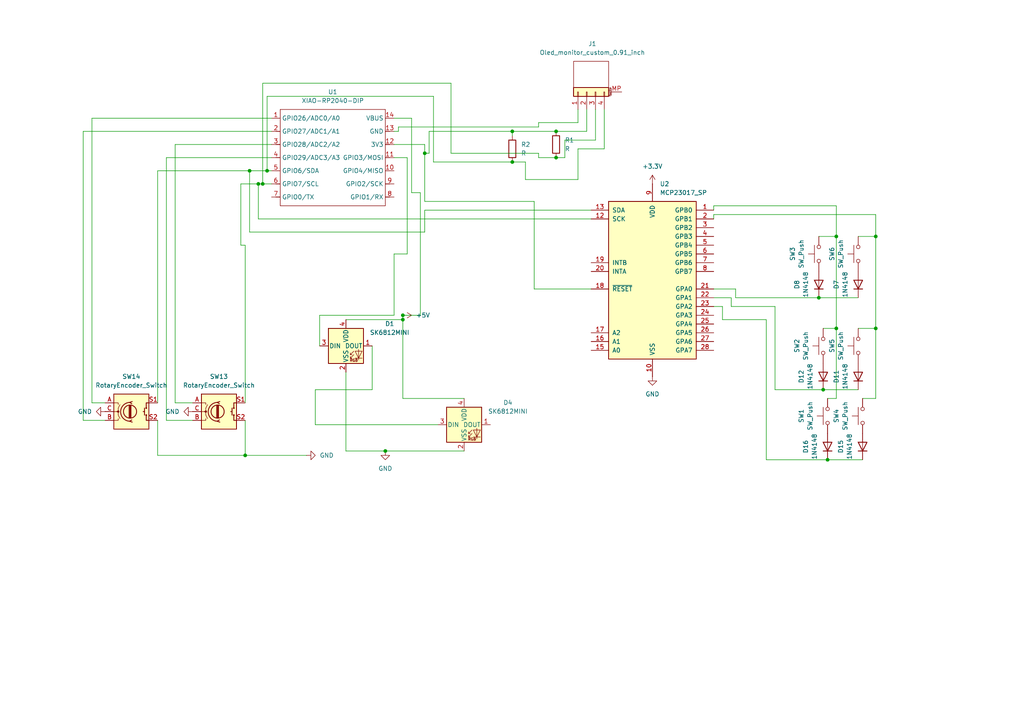
<source format=kicad_sch>
(kicad_sch
	(version 20250114)
	(generator "eeschema")
	(generator_version "9.0")
	(uuid "c560c4fb-c89a-43f1-99a0-a2af6147feb1")
	(paper "A4")
	(lib_symbols
		(symbol "Device:R"
			(pin_numbers
				(hide yes)
			)
			(pin_names
				(offset 0)
			)
			(exclude_from_sim no)
			(in_bom yes)
			(on_board yes)
			(property "Reference" "R"
				(at 2.032 0 90)
				(effects
					(font
						(size 1.27 1.27)
					)
				)
			)
			(property "Value" "R"
				(at 0 0 90)
				(effects
					(font
						(size 1.27 1.27)
					)
				)
			)
			(property "Footprint" ""
				(at -1.778 0 90)
				(effects
					(font
						(size 1.27 1.27)
					)
					(hide yes)
				)
			)
			(property "Datasheet" "~"
				(at 0 0 0)
				(effects
					(font
						(size 1.27 1.27)
					)
					(hide yes)
				)
			)
			(property "Description" "Resistor"
				(at 0 0 0)
				(effects
					(font
						(size 1.27 1.27)
					)
					(hide yes)
				)
			)
			(property "ki_keywords" "R res resistor"
				(at 0 0 0)
				(effects
					(font
						(size 1.27 1.27)
					)
					(hide yes)
				)
			)
			(property "ki_fp_filters" "R_*"
				(at 0 0 0)
				(effects
					(font
						(size 1.27 1.27)
					)
					(hide yes)
				)
			)
			(symbol "R_0_1"
				(rectangle
					(start -1.016 -2.54)
					(end 1.016 2.54)
					(stroke
						(width 0.254)
						(type default)
					)
					(fill
						(type none)
					)
				)
			)
			(symbol "R_1_1"
				(pin passive line
					(at 0 3.81 270)
					(length 1.27)
					(name "~"
						(effects
							(font
								(size 1.27 1.27)
							)
						)
					)
					(number "1"
						(effects
							(font
								(size 1.27 1.27)
							)
						)
					)
				)
				(pin passive line
					(at 0 -3.81 90)
					(length 1.27)
					(name "~"
						(effects
							(font
								(size 1.27 1.27)
							)
						)
					)
					(number "2"
						(effects
							(font
								(size 1.27 1.27)
							)
						)
					)
				)
			)
			(embedded_fonts no)
		)
		(symbol "Device:RotaryEncoder_Switch"
			(pin_names
				(offset 0.254)
				(hide yes)
			)
			(exclude_from_sim no)
			(in_bom yes)
			(on_board yes)
			(property "Reference" "SW"
				(at 0 6.604 0)
				(effects
					(font
						(size 1.27 1.27)
					)
				)
			)
			(property "Value" "RotaryEncoder_Switch"
				(at 0 -6.604 0)
				(effects
					(font
						(size 1.27 1.27)
					)
				)
			)
			(property "Footprint" ""
				(at -3.81 4.064 0)
				(effects
					(font
						(size 1.27 1.27)
					)
					(hide yes)
				)
			)
			(property "Datasheet" "~"
				(at 0 6.604 0)
				(effects
					(font
						(size 1.27 1.27)
					)
					(hide yes)
				)
			)
			(property "Description" "Rotary encoder, dual channel, incremental quadrate outputs, with switch"
				(at 0 0 0)
				(effects
					(font
						(size 1.27 1.27)
					)
					(hide yes)
				)
			)
			(property "ki_keywords" "rotary switch encoder switch push button"
				(at 0 0 0)
				(effects
					(font
						(size 1.27 1.27)
					)
					(hide yes)
				)
			)
			(property "ki_fp_filters" "RotaryEncoder*Switch*"
				(at 0 0 0)
				(effects
					(font
						(size 1.27 1.27)
					)
					(hide yes)
				)
			)
			(symbol "RotaryEncoder_Switch_0_1"
				(rectangle
					(start -5.08 5.08)
					(end 5.08 -5.08)
					(stroke
						(width 0.254)
						(type default)
					)
					(fill
						(type background)
					)
				)
				(polyline
					(pts
						(xy -5.08 2.54) (xy -3.81 2.54) (xy -3.81 2.032)
					)
					(stroke
						(width 0)
						(type default)
					)
					(fill
						(type none)
					)
				)
				(polyline
					(pts
						(xy -5.08 0) (xy -3.81 0) (xy -3.81 -1.016) (xy -3.302 -2.032)
					)
					(stroke
						(width 0)
						(type default)
					)
					(fill
						(type none)
					)
				)
				(polyline
					(pts
						(xy -5.08 -2.54) (xy -3.81 -2.54) (xy -3.81 -2.032)
					)
					(stroke
						(width 0)
						(type default)
					)
					(fill
						(type none)
					)
				)
				(polyline
					(pts
						(xy -4.318 0) (xy -3.81 0) (xy -3.81 1.016) (xy -3.302 2.032)
					)
					(stroke
						(width 0)
						(type default)
					)
					(fill
						(type none)
					)
				)
				(circle
					(center -3.81 0)
					(radius 0.254)
					(stroke
						(width 0)
						(type default)
					)
					(fill
						(type outline)
					)
				)
				(polyline
					(pts
						(xy -0.635 -1.778) (xy -0.635 1.778)
					)
					(stroke
						(width 0.254)
						(type default)
					)
					(fill
						(type none)
					)
				)
				(circle
					(center -0.381 0)
					(radius 1.905)
					(stroke
						(width 0.254)
						(type default)
					)
					(fill
						(type none)
					)
				)
				(polyline
					(pts
						(xy -0.381 -1.778) (xy -0.381 1.778)
					)
					(stroke
						(width 0.254)
						(type default)
					)
					(fill
						(type none)
					)
				)
				(arc
					(start -0.381 -2.794)
					(mid -3.0988 -0.0635)
					(end -0.381 2.667)
					(stroke
						(width 0.254)
						(type default)
					)
					(fill
						(type none)
					)
				)
				(polyline
					(pts
						(xy -0.127 1.778) (xy -0.127 -1.778)
					)
					(stroke
						(width 0.254)
						(type default)
					)
					(fill
						(type none)
					)
				)
				(polyline
					(pts
						(xy 0.254 2.921) (xy -0.508 2.667) (xy 0.127 2.286)
					)
					(stroke
						(width 0.254)
						(type default)
					)
					(fill
						(type none)
					)
				)
				(polyline
					(pts
						(xy 0.254 -3.048) (xy -0.508 -2.794) (xy 0.127 -2.413)
					)
					(stroke
						(width 0.254)
						(type default)
					)
					(fill
						(type none)
					)
				)
				(polyline
					(pts
						(xy 3.81 1.016) (xy 3.81 -1.016)
					)
					(stroke
						(width 0.254)
						(type default)
					)
					(fill
						(type none)
					)
				)
				(polyline
					(pts
						(xy 3.81 0) (xy 3.429 0)
					)
					(stroke
						(width 0.254)
						(type default)
					)
					(fill
						(type none)
					)
				)
				(circle
					(center 4.318 1.016)
					(radius 0.127)
					(stroke
						(width 0.254)
						(type default)
					)
					(fill
						(type none)
					)
				)
				(circle
					(center 4.318 -1.016)
					(radius 0.127)
					(stroke
						(width 0.254)
						(type default)
					)
					(fill
						(type none)
					)
				)
				(polyline
					(pts
						(xy 5.08 2.54) (xy 4.318 2.54) (xy 4.318 1.016)
					)
					(stroke
						(width 0.254)
						(type default)
					)
					(fill
						(type none)
					)
				)
				(polyline
					(pts
						(xy 5.08 -2.54) (xy 4.318 -2.54) (xy 4.318 -1.016)
					)
					(stroke
						(width 0.254)
						(type default)
					)
					(fill
						(type none)
					)
				)
			)
			(symbol "RotaryEncoder_Switch_1_1"
				(pin passive line
					(at -7.62 2.54 0)
					(length 2.54)
					(name "A"
						(effects
							(font
								(size 1.27 1.27)
							)
						)
					)
					(number "A"
						(effects
							(font
								(size 1.27 1.27)
							)
						)
					)
				)
				(pin passive line
					(at -7.62 0 0)
					(length 2.54)
					(name "C"
						(effects
							(font
								(size 1.27 1.27)
							)
						)
					)
					(number "C"
						(effects
							(font
								(size 1.27 1.27)
							)
						)
					)
				)
				(pin passive line
					(at -7.62 -2.54 0)
					(length 2.54)
					(name "B"
						(effects
							(font
								(size 1.27 1.27)
							)
						)
					)
					(number "B"
						(effects
							(font
								(size 1.27 1.27)
							)
						)
					)
				)
				(pin passive line
					(at 7.62 2.54 180)
					(length 2.54)
					(name "S1"
						(effects
							(font
								(size 1.27 1.27)
							)
						)
					)
					(number "S1"
						(effects
							(font
								(size 1.27 1.27)
							)
						)
					)
				)
				(pin passive line
					(at 7.62 -2.54 180)
					(length 2.54)
					(name "S2"
						(effects
							(font
								(size 1.27 1.27)
							)
						)
					)
					(number "S2"
						(effects
							(font
								(size 1.27 1.27)
							)
						)
					)
				)
			)
			(embedded_fonts no)
		)
		(symbol "Diode:1N4148"
			(pin_numbers
				(hide yes)
			)
			(pin_names
				(hide yes)
			)
			(exclude_from_sim no)
			(in_bom yes)
			(on_board yes)
			(property "Reference" "D"
				(at 0 2.54 0)
				(effects
					(font
						(size 1.27 1.27)
					)
				)
			)
			(property "Value" "1N4148"
				(at 0 -2.54 0)
				(effects
					(font
						(size 1.27 1.27)
					)
				)
			)
			(property "Footprint" "Diode_THT:D_DO-35_SOD27_P7.62mm_Horizontal"
				(at 0 0 0)
				(effects
					(font
						(size 1.27 1.27)
					)
					(hide yes)
				)
			)
			(property "Datasheet" "https://assets.nexperia.com/documents/data-sheet/1N4148_1N4448.pdf"
				(at 0 0 0)
				(effects
					(font
						(size 1.27 1.27)
					)
					(hide yes)
				)
			)
			(property "Description" "100V 0.15A standard switching diode, DO-35"
				(at 0 0 0)
				(effects
					(font
						(size 1.27 1.27)
					)
					(hide yes)
				)
			)
			(property "Sim.Device" "D"
				(at 0 0 0)
				(effects
					(font
						(size 1.27 1.27)
					)
					(hide yes)
				)
			)
			(property "Sim.Pins" "1=K 2=A"
				(at 0 0 0)
				(effects
					(font
						(size 1.27 1.27)
					)
					(hide yes)
				)
			)
			(property "ki_keywords" "diode"
				(at 0 0 0)
				(effects
					(font
						(size 1.27 1.27)
					)
					(hide yes)
				)
			)
			(property "ki_fp_filters" "D*DO?35*"
				(at 0 0 0)
				(effects
					(font
						(size 1.27 1.27)
					)
					(hide yes)
				)
			)
			(symbol "1N4148_0_1"
				(polyline
					(pts
						(xy -1.27 1.27) (xy -1.27 -1.27)
					)
					(stroke
						(width 0.254)
						(type default)
					)
					(fill
						(type none)
					)
				)
				(polyline
					(pts
						(xy 1.27 1.27) (xy 1.27 -1.27) (xy -1.27 0) (xy 1.27 1.27)
					)
					(stroke
						(width 0.254)
						(type default)
					)
					(fill
						(type none)
					)
				)
				(polyline
					(pts
						(xy 1.27 0) (xy -1.27 0)
					)
					(stroke
						(width 0)
						(type default)
					)
					(fill
						(type none)
					)
				)
			)
			(symbol "1N4148_1_1"
				(pin passive line
					(at -3.81 0 0)
					(length 2.54)
					(name "K"
						(effects
							(font
								(size 1.27 1.27)
							)
						)
					)
					(number "1"
						(effects
							(font
								(size 1.27 1.27)
							)
						)
					)
				)
				(pin passive line
					(at 3.81 0 180)
					(length 2.54)
					(name "A"
						(effects
							(font
								(size 1.27 1.27)
							)
						)
					)
					(number "2"
						(effects
							(font
								(size 1.27 1.27)
							)
						)
					)
				)
			)
			(embedded_fonts no)
		)
		(symbol "Interface_Expansion:MCP23017_SP"
			(pin_names
				(offset 1.016)
			)
			(exclude_from_sim no)
			(in_bom yes)
			(on_board yes)
			(property "Reference" "U"
				(at -11.43 24.13 0)
				(effects
					(font
						(size 1.27 1.27)
					)
				)
			)
			(property "Value" "MCP23017_SP"
				(at 0 0 0)
				(effects
					(font
						(size 1.27 1.27)
					)
				)
			)
			(property "Footprint" "Package_DIP:DIP-28_W7.62mm"
				(at 5.08 -25.4 0)
				(effects
					(font
						(size 1.27 1.27)
					)
					(justify left)
					(hide yes)
				)
			)
			(property "Datasheet" "https://ww1.microchip.com/downloads/aemDocuments/documents/APID/ProductDocuments/DataSheets/MCP23017-Data-Sheet-DS20001952.pdf"
				(at 5.08 -27.94 0)
				(effects
					(font
						(size 1.27 1.27)
					)
					(justify left)
					(hide yes)
				)
			)
			(property "Description" "16-bit I/O expander, I2C, interrupts, w pull-ups, SPDIP-28"
				(at 0 0 0)
				(effects
					(font
						(size 1.27 1.27)
					)
					(hide yes)
				)
			)
			(property "ki_keywords" "I2C parallel port expander"
				(at 0 0 0)
				(effects
					(font
						(size 1.27 1.27)
					)
					(hide yes)
				)
			)
			(property "ki_fp_filters" "DIP*W7.62mm*"
				(at 0 0 0)
				(effects
					(font
						(size 1.27 1.27)
					)
					(hide yes)
				)
			)
			(symbol "MCP23017_SP_0_1"
				(rectangle
					(start -12.7 22.86)
					(end 12.7 -22.86)
					(stroke
						(width 0.254)
						(type default)
					)
					(fill
						(type background)
					)
				)
			)
			(symbol "MCP23017_SP_1_1"
				(pin bidirectional line
					(at -17.78 20.32 0)
					(length 5.08)
					(name "SDA"
						(effects
							(font
								(size 1.27 1.27)
							)
						)
					)
					(number "13"
						(effects
							(font
								(size 1.27 1.27)
							)
						)
					)
				)
				(pin input line
					(at -17.78 17.78 0)
					(length 5.08)
					(name "SCK"
						(effects
							(font
								(size 1.27 1.27)
							)
						)
					)
					(number "12"
						(effects
							(font
								(size 1.27 1.27)
							)
						)
					)
				)
				(pin tri_state line
					(at -17.78 5.08 0)
					(length 5.08)
					(name "INTB"
						(effects
							(font
								(size 1.27 1.27)
							)
						)
					)
					(number "19"
						(effects
							(font
								(size 1.27 1.27)
							)
						)
					)
				)
				(pin tri_state line
					(at -17.78 2.54 0)
					(length 5.08)
					(name "INTA"
						(effects
							(font
								(size 1.27 1.27)
							)
						)
					)
					(number "20"
						(effects
							(font
								(size 1.27 1.27)
							)
						)
					)
				)
				(pin input line
					(at -17.78 -2.54 0)
					(length 5.08)
					(name "~{RESET}"
						(effects
							(font
								(size 1.27 1.27)
							)
						)
					)
					(number "18"
						(effects
							(font
								(size 1.27 1.27)
							)
						)
					)
				)
				(pin input line
					(at -17.78 -15.24 0)
					(length 5.08)
					(name "A2"
						(effects
							(font
								(size 1.27 1.27)
							)
						)
					)
					(number "17"
						(effects
							(font
								(size 1.27 1.27)
							)
						)
					)
				)
				(pin input line
					(at -17.78 -17.78 0)
					(length 5.08)
					(name "A1"
						(effects
							(font
								(size 1.27 1.27)
							)
						)
					)
					(number "16"
						(effects
							(font
								(size 1.27 1.27)
							)
						)
					)
				)
				(pin input line
					(at -17.78 -20.32 0)
					(length 5.08)
					(name "A0"
						(effects
							(font
								(size 1.27 1.27)
							)
						)
					)
					(number "15"
						(effects
							(font
								(size 1.27 1.27)
							)
						)
					)
				)
				(pin no_connect line
					(at -12.7 15.24 0)
					(length 5.08)
					(hide yes)
					(name "NC"
						(effects
							(font
								(size 1.27 1.27)
							)
						)
					)
					(number "11"
						(effects
							(font
								(size 1.27 1.27)
							)
						)
					)
				)
				(pin no_connect line
					(at -12.7 12.7 0)
					(length 5.08)
					(hide yes)
					(name "NC"
						(effects
							(font
								(size 1.27 1.27)
							)
						)
					)
					(number "14"
						(effects
							(font
								(size 1.27 1.27)
							)
						)
					)
				)
				(pin power_in line
					(at 0 27.94 270)
					(length 5.08)
					(name "VDD"
						(effects
							(font
								(size 1.27 1.27)
							)
						)
					)
					(number "9"
						(effects
							(font
								(size 1.27 1.27)
							)
						)
					)
				)
				(pin power_in line
					(at 0 -27.94 90)
					(length 5.08)
					(name "VSS"
						(effects
							(font
								(size 1.27 1.27)
							)
						)
					)
					(number "10"
						(effects
							(font
								(size 1.27 1.27)
							)
						)
					)
				)
				(pin bidirectional line
					(at 17.78 20.32 180)
					(length 5.08)
					(name "GPB0"
						(effects
							(font
								(size 1.27 1.27)
							)
						)
					)
					(number "1"
						(effects
							(font
								(size 1.27 1.27)
							)
						)
					)
				)
				(pin bidirectional line
					(at 17.78 17.78 180)
					(length 5.08)
					(name "GPB1"
						(effects
							(font
								(size 1.27 1.27)
							)
						)
					)
					(number "2"
						(effects
							(font
								(size 1.27 1.27)
							)
						)
					)
				)
				(pin bidirectional line
					(at 17.78 15.24 180)
					(length 5.08)
					(name "GPB2"
						(effects
							(font
								(size 1.27 1.27)
							)
						)
					)
					(number "3"
						(effects
							(font
								(size 1.27 1.27)
							)
						)
					)
				)
				(pin bidirectional line
					(at 17.78 12.7 180)
					(length 5.08)
					(name "GPB3"
						(effects
							(font
								(size 1.27 1.27)
							)
						)
					)
					(number "4"
						(effects
							(font
								(size 1.27 1.27)
							)
						)
					)
				)
				(pin bidirectional line
					(at 17.78 10.16 180)
					(length 5.08)
					(name "GPB4"
						(effects
							(font
								(size 1.27 1.27)
							)
						)
					)
					(number "5"
						(effects
							(font
								(size 1.27 1.27)
							)
						)
					)
				)
				(pin bidirectional line
					(at 17.78 7.62 180)
					(length 5.08)
					(name "GPB5"
						(effects
							(font
								(size 1.27 1.27)
							)
						)
					)
					(number "6"
						(effects
							(font
								(size 1.27 1.27)
							)
						)
					)
				)
				(pin bidirectional line
					(at 17.78 5.08 180)
					(length 5.08)
					(name "GPB6"
						(effects
							(font
								(size 1.27 1.27)
							)
						)
					)
					(number "7"
						(effects
							(font
								(size 1.27 1.27)
							)
						)
					)
				)
				(pin output line
					(at 17.78 2.54 180)
					(length 5.08)
					(name "GPB7"
						(effects
							(font
								(size 1.27 1.27)
							)
						)
					)
					(number "8"
						(effects
							(font
								(size 1.27 1.27)
							)
						)
					)
				)
				(pin bidirectional line
					(at 17.78 -2.54 180)
					(length 5.08)
					(name "GPA0"
						(effects
							(font
								(size 1.27 1.27)
							)
						)
					)
					(number "21"
						(effects
							(font
								(size 1.27 1.27)
							)
						)
					)
				)
				(pin bidirectional line
					(at 17.78 -5.08 180)
					(length 5.08)
					(name "GPA1"
						(effects
							(font
								(size 1.27 1.27)
							)
						)
					)
					(number "22"
						(effects
							(font
								(size 1.27 1.27)
							)
						)
					)
				)
				(pin bidirectional line
					(at 17.78 -7.62 180)
					(length 5.08)
					(name "GPA2"
						(effects
							(font
								(size 1.27 1.27)
							)
						)
					)
					(number "23"
						(effects
							(font
								(size 1.27 1.27)
							)
						)
					)
				)
				(pin bidirectional line
					(at 17.78 -10.16 180)
					(length 5.08)
					(name "GPA3"
						(effects
							(font
								(size 1.27 1.27)
							)
						)
					)
					(number "24"
						(effects
							(font
								(size 1.27 1.27)
							)
						)
					)
				)
				(pin bidirectional line
					(at 17.78 -12.7 180)
					(length 5.08)
					(name "GPA4"
						(effects
							(font
								(size 1.27 1.27)
							)
						)
					)
					(number "25"
						(effects
							(font
								(size 1.27 1.27)
							)
						)
					)
				)
				(pin bidirectional line
					(at 17.78 -15.24 180)
					(length 5.08)
					(name "GPA5"
						(effects
							(font
								(size 1.27 1.27)
							)
						)
					)
					(number "26"
						(effects
							(font
								(size 1.27 1.27)
							)
						)
					)
				)
				(pin bidirectional line
					(at 17.78 -17.78 180)
					(length 5.08)
					(name "GPA6"
						(effects
							(font
								(size 1.27 1.27)
							)
						)
					)
					(number "27"
						(effects
							(font
								(size 1.27 1.27)
							)
						)
					)
				)
				(pin output line
					(at 17.78 -20.32 180)
					(length 5.08)
					(name "GPA7"
						(effects
							(font
								(size 1.27 1.27)
							)
						)
					)
					(number "28"
						(effects
							(font
								(size 1.27 1.27)
							)
						)
					)
				)
			)
			(embedded_fonts no)
		)
		(symbol "LED:SK6812MINI"
			(pin_names
				(offset 0.254)
			)
			(exclude_from_sim no)
			(in_bom yes)
			(on_board yes)
			(property "Reference" "D"
				(at 5.08 5.715 0)
				(effects
					(font
						(size 1.27 1.27)
					)
					(justify right bottom)
				)
			)
			(property "Value" "SK6812MINI"
				(at 1.27 -5.715 0)
				(effects
					(font
						(size 1.27 1.27)
					)
					(justify left top)
				)
			)
			(property "Footprint" "LED_SMD:LED_SK6812MINI_PLCC4_3.5x3.5mm_P1.75mm"
				(at 1.27 -7.62 0)
				(effects
					(font
						(size 1.27 1.27)
					)
					(justify left top)
					(hide yes)
				)
			)
			(property "Datasheet" "https://cdn-shop.adafruit.com/product-files/2686/SK6812MINI_REV.01-1-2.pdf"
				(at 2.54 -9.525 0)
				(effects
					(font
						(size 1.27 1.27)
					)
					(justify left top)
					(hide yes)
				)
			)
			(property "Description" "RGB LED with integrated controller"
				(at 0 0 0)
				(effects
					(font
						(size 1.27 1.27)
					)
					(hide yes)
				)
			)
			(property "ki_keywords" "RGB LED NeoPixel Mini addressable"
				(at 0 0 0)
				(effects
					(font
						(size 1.27 1.27)
					)
					(hide yes)
				)
			)
			(property "ki_fp_filters" "LED*SK6812MINI*PLCC*3.5x3.5mm*P1.75mm*"
				(at 0 0 0)
				(effects
					(font
						(size 1.27 1.27)
					)
					(hide yes)
				)
			)
			(symbol "SK6812MINI_0_0"
				(text "RGB"
					(at 2.286 -4.191 0)
					(effects
						(font
							(size 0.762 0.762)
						)
					)
				)
			)
			(symbol "SK6812MINI_0_1"
				(polyline
					(pts
						(xy 1.27 -2.54) (xy 1.778 -2.54)
					)
					(stroke
						(width 0)
						(type default)
					)
					(fill
						(type none)
					)
				)
				(polyline
					(pts
						(xy 1.27 -3.556) (xy 1.778 -3.556)
					)
					(stroke
						(width 0)
						(type default)
					)
					(fill
						(type none)
					)
				)
				(polyline
					(pts
						(xy 2.286 -1.524) (xy 1.27 -2.54) (xy 1.27 -2.032)
					)
					(stroke
						(width 0)
						(type default)
					)
					(fill
						(type none)
					)
				)
				(polyline
					(pts
						(xy 2.286 -2.54) (xy 1.27 -3.556) (xy 1.27 -3.048)
					)
					(stroke
						(width 0)
						(type default)
					)
					(fill
						(type none)
					)
				)
				(polyline
					(pts
						(xy 3.683 -1.016) (xy 3.683 -3.556) (xy 3.683 -4.064)
					)
					(stroke
						(width 0)
						(type default)
					)
					(fill
						(type none)
					)
				)
				(polyline
					(pts
						(xy 4.699 -1.524) (xy 2.667 -1.524) (xy 3.683 -3.556) (xy 4.699 -1.524)
					)
					(stroke
						(width 0)
						(type default)
					)
					(fill
						(type none)
					)
				)
				(polyline
					(pts
						(xy 4.699 -3.556) (xy 2.667 -3.556)
					)
					(stroke
						(width 0)
						(type default)
					)
					(fill
						(type none)
					)
				)
				(rectangle
					(start 5.08 5.08)
					(end -5.08 -5.08)
					(stroke
						(width 0.254)
						(type default)
					)
					(fill
						(type background)
					)
				)
			)
			(symbol "SK6812MINI_1_1"
				(pin input line
					(at -7.62 0 0)
					(length 2.54)
					(name "DIN"
						(effects
							(font
								(size 1.27 1.27)
							)
						)
					)
					(number "3"
						(effects
							(font
								(size 1.27 1.27)
							)
						)
					)
				)
				(pin power_in line
					(at 0 7.62 270)
					(length 2.54)
					(name "VDD"
						(effects
							(font
								(size 1.27 1.27)
							)
						)
					)
					(number "4"
						(effects
							(font
								(size 1.27 1.27)
							)
						)
					)
				)
				(pin power_in line
					(at 0 -7.62 90)
					(length 2.54)
					(name "VSS"
						(effects
							(font
								(size 1.27 1.27)
							)
						)
					)
					(number "2"
						(effects
							(font
								(size 1.27 1.27)
							)
						)
					)
				)
				(pin output line
					(at 7.62 0 180)
					(length 2.54)
					(name "DOUT"
						(effects
							(font
								(size 1.27 1.27)
							)
						)
					)
					(number "1"
						(effects
							(font
								(size 1.27 1.27)
							)
						)
					)
				)
			)
			(embedded_fonts no)
		)
		(symbol "New_Library:Oled_monitor_custom_0.91_inch"
			(pin_names
				(offset 1.016)
				(hide yes)
			)
			(exclude_from_sim no)
			(in_bom yes)
			(on_board yes)
			(property "Reference" "J"
				(at 0 5.08 0)
				(effects
					(font
						(size 1.27 1.27)
					)
				)
			)
			(property "Value" "Oled_monitor_custom_0.91_inch"
				(at 1.27 -7.62 0)
				(effects
					(font
						(size 1.27 1.27)
					)
					(justify left)
				)
			)
			(property "Footprint" ""
				(at 0 0 0)
				(effects
					(font
						(size 1.27 1.27)
					)
					(hide yes)
				)
			)
			(property "Datasheet" "~"
				(at 0 0 0)
				(effects
					(font
						(size 1.27 1.27)
					)
					(hide yes)
				)
			)
			(property "Description" "Generic connectable mounting pin connector, single row, 01x04, script generated (kicad-library-utils/schlib/autogen/connector/)"
				(at 0 0 0)
				(effects
					(font
						(size 1.27 1.27)
					)
					(hide yes)
				)
			)
			(property "ki_keywords" "connector"
				(at 0 0 0)
				(effects
					(font
						(size 1.27 1.27)
					)
					(hide yes)
				)
			)
			(property "ki_fp_filters" "Connector*:*_1x??-1MP*"
				(at 0 0 0)
				(effects
					(font
						(size 1.27 1.27)
					)
					(hide yes)
				)
			)
			(symbol "Oled_monitor_custom_0.91_inch_0_1"
				(rectangle
					(start -1.27 3.81)
					(end 8.89 -6.35)
					(stroke
						(width 0)
						(type default)
					)
					(fill
						(type none)
					)
				)
			)
			(symbol "Oled_monitor_custom_0.91_inch_1_1"
				(rectangle
					(start -1.27 3.81)
					(end 1.27 -6.35)
					(stroke
						(width 0.254)
						(type default)
					)
					(fill
						(type background)
					)
				)
				(rectangle
					(start -1.27 2.667)
					(end 0 2.413)
					(stroke
						(width 0.1524)
						(type default)
					)
					(fill
						(type none)
					)
				)
				(rectangle
					(start -1.27 0.127)
					(end 0 -0.127)
					(stroke
						(width 0.1524)
						(type default)
					)
					(fill
						(type none)
					)
				)
				(rectangle
					(start -1.27 -2.413)
					(end 0 -2.667)
					(stroke
						(width 0.1524)
						(type default)
					)
					(fill
						(type none)
					)
				)
				(rectangle
					(start -1.27 -4.953)
					(end 0 -5.207)
					(stroke
						(width 0.1524)
						(type default)
					)
					(fill
						(type none)
					)
				)
				(polyline
					(pts
						(xy -1.016 -7.112) (xy 1.016 -7.112)
					)
					(stroke
						(width 0.1524)
						(type default)
					)
					(fill
						(type none)
					)
				)
				(text "Mounting"
					(at 0 -6.731 0)
					(effects
						(font
							(size 0.381 0.381)
						)
					)
				)
				(pin unspecified line
					(at -5.08 2.54 0)
					(length 3.81)
					(name "GND"
						(effects
							(font
								(size 1.27 1.27)
							)
						)
					)
					(number "1"
						(effects
							(font
								(size 1.27 1.27)
							)
						)
					)
				)
				(pin unspecified line
					(at -5.08 0 0)
					(length 3.81)
					(name "VCC"
						(effects
							(font
								(size 1.27 1.27)
							)
						)
					)
					(number "2"
						(effects
							(font
								(size 1.27 1.27)
							)
						)
					)
				)
				(pin unspecified line
					(at -5.08 -2.54 0)
					(length 3.81)
					(name "SCL"
						(effects
							(font
								(size 1.27 1.27)
							)
						)
					)
					(number "3"
						(effects
							(font
								(size 1.27 1.27)
							)
						)
					)
				)
				(pin unspecified line
					(at -5.08 -5.08 0)
					(length 3.81)
					(name "SDA"
						(effects
							(font
								(size 1.27 1.27)
							)
						)
					)
					(number "4"
						(effects
							(font
								(size 1.27 1.27)
							)
						)
					)
				)
				(pin passive line
					(at 0 -10.16 90)
					(length 3.048)
					(name "MountPin"
						(effects
							(font
								(size 1.27 1.27)
							)
						)
					)
					(number "MP"
						(effects
							(font
								(size 1.27 1.27)
							)
						)
					)
				)
			)
			(embedded_fonts no)
		)
		(symbol "OPL Library:XIAO-RP2040-DIP"
			(exclude_from_sim no)
			(in_bom yes)
			(on_board yes)
			(property "Reference" "U"
				(at 0 0 0)
				(effects
					(font
						(size 1.27 1.27)
					)
				)
			)
			(property "Value" "XIAO-RP2040-DIP"
				(at 5.334 -1.778 0)
				(effects
					(font
						(size 1.27 1.27)
					)
				)
			)
			(property "Footprint" "Module:MOUDLE14P-XIAO-DIP-SMD"
				(at 14.478 -32.258 0)
				(effects
					(font
						(size 1.27 1.27)
					)
					(hide yes)
				)
			)
			(property "Datasheet" ""
				(at 0 0 0)
				(effects
					(font
						(size 1.27 1.27)
					)
					(hide yes)
				)
			)
			(property "Description" ""
				(at 0 0 0)
				(effects
					(font
						(size 1.27 1.27)
					)
					(hide yes)
				)
			)
			(symbol "XIAO-RP2040-DIP_1_0"
				(polyline
					(pts
						(xy -1.27 -2.54) (xy 29.21 -2.54)
					)
					(stroke
						(width 0.1524)
						(type solid)
					)
					(fill
						(type none)
					)
				)
				(polyline
					(pts
						(xy -1.27 -5.08) (xy -2.54 -5.08)
					)
					(stroke
						(width 0.1524)
						(type solid)
					)
					(fill
						(type none)
					)
				)
				(polyline
					(pts
						(xy -1.27 -5.08) (xy -1.27 -2.54)
					)
					(stroke
						(width 0.1524)
						(type solid)
					)
					(fill
						(type none)
					)
				)
				(polyline
					(pts
						(xy -1.27 -8.89) (xy -2.54 -8.89)
					)
					(stroke
						(width 0.1524)
						(type solid)
					)
					(fill
						(type none)
					)
				)
				(polyline
					(pts
						(xy -1.27 -8.89) (xy -1.27 -5.08)
					)
					(stroke
						(width 0.1524)
						(type solid)
					)
					(fill
						(type none)
					)
				)
				(polyline
					(pts
						(xy -1.27 -12.7) (xy -2.54 -12.7)
					)
					(stroke
						(width 0.1524)
						(type solid)
					)
					(fill
						(type none)
					)
				)
				(polyline
					(pts
						(xy -1.27 -12.7) (xy -1.27 -8.89)
					)
					(stroke
						(width 0.1524)
						(type solid)
					)
					(fill
						(type none)
					)
				)
				(polyline
					(pts
						(xy -1.27 -16.51) (xy -2.54 -16.51)
					)
					(stroke
						(width 0.1524)
						(type solid)
					)
					(fill
						(type none)
					)
				)
				(polyline
					(pts
						(xy -1.27 -16.51) (xy -1.27 -12.7)
					)
					(stroke
						(width 0.1524)
						(type solid)
					)
					(fill
						(type none)
					)
				)
				(polyline
					(pts
						(xy -1.27 -20.32) (xy -2.54 -20.32)
					)
					(stroke
						(width 0.1524)
						(type solid)
					)
					(fill
						(type none)
					)
				)
				(polyline
					(pts
						(xy -1.27 -24.13) (xy -2.54 -24.13)
					)
					(stroke
						(width 0.1524)
						(type solid)
					)
					(fill
						(type none)
					)
				)
				(polyline
					(pts
						(xy -1.27 -27.94) (xy -2.54 -27.94)
					)
					(stroke
						(width 0.1524)
						(type solid)
					)
					(fill
						(type none)
					)
				)
				(polyline
					(pts
						(xy -1.27 -30.48) (xy -1.27 -16.51)
					)
					(stroke
						(width 0.1524)
						(type solid)
					)
					(fill
						(type none)
					)
				)
				(polyline
					(pts
						(xy 29.21 -2.54) (xy 29.21 -5.08)
					)
					(stroke
						(width 0.1524)
						(type solid)
					)
					(fill
						(type none)
					)
				)
				(polyline
					(pts
						(xy 29.21 -5.08) (xy 29.21 -8.89)
					)
					(stroke
						(width 0.1524)
						(type solid)
					)
					(fill
						(type none)
					)
				)
				(polyline
					(pts
						(xy 29.21 -8.89) (xy 29.21 -12.7)
					)
					(stroke
						(width 0.1524)
						(type solid)
					)
					(fill
						(type none)
					)
				)
				(polyline
					(pts
						(xy 29.21 -12.7) (xy 29.21 -30.48)
					)
					(stroke
						(width 0.1524)
						(type solid)
					)
					(fill
						(type none)
					)
				)
				(polyline
					(pts
						(xy 29.21 -30.48) (xy -1.27 -30.48)
					)
					(stroke
						(width 0.1524)
						(type solid)
					)
					(fill
						(type none)
					)
				)
				(polyline
					(pts
						(xy 30.48 -5.08) (xy 29.21 -5.08)
					)
					(stroke
						(width 0.1524)
						(type solid)
					)
					(fill
						(type none)
					)
				)
				(polyline
					(pts
						(xy 30.48 -8.89) (xy 29.21 -8.89)
					)
					(stroke
						(width 0.1524)
						(type solid)
					)
					(fill
						(type none)
					)
				)
				(polyline
					(pts
						(xy 30.48 -12.7) (xy 29.21 -12.7)
					)
					(stroke
						(width 0.1524)
						(type solid)
					)
					(fill
						(type none)
					)
				)
				(polyline
					(pts
						(xy 30.48 -16.51) (xy 29.21 -16.51)
					)
					(stroke
						(width 0.1524)
						(type solid)
					)
					(fill
						(type none)
					)
				)
				(polyline
					(pts
						(xy 30.48 -20.32) (xy 29.21 -20.32)
					)
					(stroke
						(width 0.1524)
						(type solid)
					)
					(fill
						(type none)
					)
				)
				(polyline
					(pts
						(xy 30.48 -24.13) (xy 29.21 -24.13)
					)
					(stroke
						(width 0.1524)
						(type solid)
					)
					(fill
						(type none)
					)
				)
				(polyline
					(pts
						(xy 30.48 -27.94) (xy 29.21 -27.94)
					)
					(stroke
						(width 0.1524)
						(type solid)
					)
					(fill
						(type none)
					)
				)
				(pin passive line
					(at -3.81 -5.08 0)
					(length 2.54)
					(name "GPIO26/ADC0/A0"
						(effects
							(font
								(size 1.27 1.27)
							)
						)
					)
					(number "1"
						(effects
							(font
								(size 1.27 1.27)
							)
						)
					)
				)
				(pin passive line
					(at -3.81 -8.89 0)
					(length 2.54)
					(name "GPIO27/ADC1/A1"
						(effects
							(font
								(size 1.27 1.27)
							)
						)
					)
					(number "2"
						(effects
							(font
								(size 1.27 1.27)
							)
						)
					)
				)
				(pin passive line
					(at -3.81 -12.7 0)
					(length 2.54)
					(name "GPIO28/ADC2/A2"
						(effects
							(font
								(size 1.27 1.27)
							)
						)
					)
					(number "3"
						(effects
							(font
								(size 1.27 1.27)
							)
						)
					)
				)
				(pin passive line
					(at -3.81 -16.51 0)
					(length 2.54)
					(name "GPIO29/ADC3/A3"
						(effects
							(font
								(size 1.27 1.27)
							)
						)
					)
					(number "4"
						(effects
							(font
								(size 1.27 1.27)
							)
						)
					)
				)
				(pin passive line
					(at -3.81 -20.32 0)
					(length 2.54)
					(name "GPIO6/SDA"
						(effects
							(font
								(size 1.27 1.27)
							)
						)
					)
					(number "5"
						(effects
							(font
								(size 1.27 1.27)
							)
						)
					)
				)
				(pin passive line
					(at -3.81 -24.13 0)
					(length 2.54)
					(name "GPIO7/SCL"
						(effects
							(font
								(size 1.27 1.27)
							)
						)
					)
					(number "6"
						(effects
							(font
								(size 1.27 1.27)
							)
						)
					)
				)
				(pin passive line
					(at -3.81 -27.94 0)
					(length 2.54)
					(name "GPIO0/TX"
						(effects
							(font
								(size 1.27 1.27)
							)
						)
					)
					(number "7"
						(effects
							(font
								(size 1.27 1.27)
							)
						)
					)
				)
				(pin passive line
					(at 31.75 -5.08 180)
					(length 2.54)
					(name "VBUS"
						(effects
							(font
								(size 1.27 1.27)
							)
						)
					)
					(number "14"
						(effects
							(font
								(size 1.27 1.27)
							)
						)
					)
				)
				(pin passive line
					(at 31.75 -8.89 180)
					(length 2.54)
					(name "GND"
						(effects
							(font
								(size 1.27 1.27)
							)
						)
					)
					(number "13"
						(effects
							(font
								(size 1.27 1.27)
							)
						)
					)
				)
				(pin passive line
					(at 31.75 -12.7 180)
					(length 2.54)
					(name "3V3"
						(effects
							(font
								(size 1.27 1.27)
							)
						)
					)
					(number "12"
						(effects
							(font
								(size 1.27 1.27)
							)
						)
					)
				)
				(pin passive line
					(at 31.75 -16.51 180)
					(length 2.54)
					(name "GPIO3/MOSI"
						(effects
							(font
								(size 1.27 1.27)
							)
						)
					)
					(number "11"
						(effects
							(font
								(size 1.27 1.27)
							)
						)
					)
				)
				(pin passive line
					(at 31.75 -20.32 180)
					(length 2.54)
					(name "GPIO4/MISO"
						(effects
							(font
								(size 1.27 1.27)
							)
						)
					)
					(number "10"
						(effects
							(font
								(size 1.27 1.27)
							)
						)
					)
				)
				(pin passive line
					(at 31.75 -24.13 180)
					(length 2.54)
					(name "GPIO2/SCK"
						(effects
							(font
								(size 1.27 1.27)
							)
						)
					)
					(number "9"
						(effects
							(font
								(size 1.27 1.27)
							)
						)
					)
				)
				(pin passive line
					(at 31.75 -27.94 180)
					(length 2.54)
					(name "GPIO1/RX"
						(effects
							(font
								(size 1.27 1.27)
							)
						)
					)
					(number "8"
						(effects
							(font
								(size 1.27 1.27)
							)
						)
					)
				)
			)
			(embedded_fonts no)
		)
		(symbol "Switch:SW_Push"
			(pin_numbers
				(hide yes)
			)
			(pin_names
				(offset 1.016)
				(hide yes)
			)
			(exclude_from_sim no)
			(in_bom yes)
			(on_board yes)
			(property "Reference" "SW"
				(at 1.27 2.54 0)
				(effects
					(font
						(size 1.27 1.27)
					)
					(justify left)
				)
			)
			(property "Value" "SW_Push"
				(at 0 -1.524 0)
				(effects
					(font
						(size 1.27 1.27)
					)
				)
			)
			(property "Footprint" ""
				(at 0 5.08 0)
				(effects
					(font
						(size 1.27 1.27)
					)
					(hide yes)
				)
			)
			(property "Datasheet" "~"
				(at 0 5.08 0)
				(effects
					(font
						(size 1.27 1.27)
					)
					(hide yes)
				)
			)
			(property "Description" "Push button switch, generic, two pins"
				(at 0 0 0)
				(effects
					(font
						(size 1.27 1.27)
					)
					(hide yes)
				)
			)
			(property "ki_keywords" "switch normally-open pushbutton push-button"
				(at 0 0 0)
				(effects
					(font
						(size 1.27 1.27)
					)
					(hide yes)
				)
			)
			(symbol "SW_Push_0_1"
				(circle
					(center -2.032 0)
					(radius 0.508)
					(stroke
						(width 0)
						(type default)
					)
					(fill
						(type none)
					)
				)
				(polyline
					(pts
						(xy 0 1.27) (xy 0 3.048)
					)
					(stroke
						(width 0)
						(type default)
					)
					(fill
						(type none)
					)
				)
				(circle
					(center 2.032 0)
					(radius 0.508)
					(stroke
						(width 0)
						(type default)
					)
					(fill
						(type none)
					)
				)
				(polyline
					(pts
						(xy 2.54 1.27) (xy -2.54 1.27)
					)
					(stroke
						(width 0)
						(type default)
					)
					(fill
						(type none)
					)
				)
				(pin passive line
					(at -5.08 0 0)
					(length 2.54)
					(name "1"
						(effects
							(font
								(size 1.27 1.27)
							)
						)
					)
					(number "1"
						(effects
							(font
								(size 1.27 1.27)
							)
						)
					)
				)
				(pin passive line
					(at 5.08 0 180)
					(length 2.54)
					(name "2"
						(effects
							(font
								(size 1.27 1.27)
							)
						)
					)
					(number "2"
						(effects
							(font
								(size 1.27 1.27)
							)
						)
					)
				)
			)
			(embedded_fonts no)
		)
		(symbol "power:+3.3V"
			(power)
			(pin_numbers
				(hide yes)
			)
			(pin_names
				(offset 0)
				(hide yes)
			)
			(exclude_from_sim no)
			(in_bom yes)
			(on_board yes)
			(property "Reference" "#PWR"
				(at 0 -3.81 0)
				(effects
					(font
						(size 1.27 1.27)
					)
					(hide yes)
				)
			)
			(property "Value" "+3.3V"
				(at 0 3.556 0)
				(effects
					(font
						(size 1.27 1.27)
					)
				)
			)
			(property "Footprint" ""
				(at 0 0 0)
				(effects
					(font
						(size 1.27 1.27)
					)
					(hide yes)
				)
			)
			(property "Datasheet" ""
				(at 0 0 0)
				(effects
					(font
						(size 1.27 1.27)
					)
					(hide yes)
				)
			)
			(property "Description" "Power symbol creates a global label with name \"+3.3V\""
				(at 0 0 0)
				(effects
					(font
						(size 1.27 1.27)
					)
					(hide yes)
				)
			)
			(property "ki_keywords" "global power"
				(at 0 0 0)
				(effects
					(font
						(size 1.27 1.27)
					)
					(hide yes)
				)
			)
			(symbol "+3.3V_0_1"
				(polyline
					(pts
						(xy -0.762 1.27) (xy 0 2.54)
					)
					(stroke
						(width 0)
						(type default)
					)
					(fill
						(type none)
					)
				)
				(polyline
					(pts
						(xy 0 2.54) (xy 0.762 1.27)
					)
					(stroke
						(width 0)
						(type default)
					)
					(fill
						(type none)
					)
				)
				(polyline
					(pts
						(xy 0 0) (xy 0 2.54)
					)
					(stroke
						(width 0)
						(type default)
					)
					(fill
						(type none)
					)
				)
			)
			(symbol "+3.3V_1_1"
				(pin power_in line
					(at 0 0 90)
					(length 0)
					(name "~"
						(effects
							(font
								(size 1.27 1.27)
							)
						)
					)
					(number "1"
						(effects
							(font
								(size 1.27 1.27)
							)
						)
					)
				)
			)
			(embedded_fonts no)
		)
		(symbol "power:+5V"
			(power)
			(pin_numbers
				(hide yes)
			)
			(pin_names
				(offset 0)
				(hide yes)
			)
			(exclude_from_sim no)
			(in_bom yes)
			(on_board yes)
			(property "Reference" "#PWR"
				(at 0 -3.81 0)
				(effects
					(font
						(size 1.27 1.27)
					)
					(hide yes)
				)
			)
			(property "Value" "+5V"
				(at 0 3.556 0)
				(effects
					(font
						(size 1.27 1.27)
					)
				)
			)
			(property "Footprint" ""
				(at 0 0 0)
				(effects
					(font
						(size 1.27 1.27)
					)
					(hide yes)
				)
			)
			(property "Datasheet" ""
				(at 0 0 0)
				(effects
					(font
						(size 1.27 1.27)
					)
					(hide yes)
				)
			)
			(property "Description" "Power symbol creates a global label with name \"+5V\""
				(at 0 0 0)
				(effects
					(font
						(size 1.27 1.27)
					)
					(hide yes)
				)
			)
			(property "ki_keywords" "global power"
				(at 0 0 0)
				(effects
					(font
						(size 1.27 1.27)
					)
					(hide yes)
				)
			)
			(symbol "+5V_0_1"
				(polyline
					(pts
						(xy -0.762 1.27) (xy 0 2.54)
					)
					(stroke
						(width 0)
						(type default)
					)
					(fill
						(type none)
					)
				)
				(polyline
					(pts
						(xy 0 2.54) (xy 0.762 1.27)
					)
					(stroke
						(width 0)
						(type default)
					)
					(fill
						(type none)
					)
				)
				(polyline
					(pts
						(xy 0 0) (xy 0 2.54)
					)
					(stroke
						(width 0)
						(type default)
					)
					(fill
						(type none)
					)
				)
			)
			(symbol "+5V_1_1"
				(pin power_in line
					(at 0 0 90)
					(length 0)
					(name "~"
						(effects
							(font
								(size 1.27 1.27)
							)
						)
					)
					(number "1"
						(effects
							(font
								(size 1.27 1.27)
							)
						)
					)
				)
			)
			(embedded_fonts no)
		)
		(symbol "power:GND"
			(power)
			(pin_numbers
				(hide yes)
			)
			(pin_names
				(offset 0)
				(hide yes)
			)
			(exclude_from_sim no)
			(in_bom yes)
			(on_board yes)
			(property "Reference" "#PWR"
				(at 0 -6.35 0)
				(effects
					(font
						(size 1.27 1.27)
					)
					(hide yes)
				)
			)
			(property "Value" "GND"
				(at 0 -3.81 0)
				(effects
					(font
						(size 1.27 1.27)
					)
				)
			)
			(property "Footprint" ""
				(at 0 0 0)
				(effects
					(font
						(size 1.27 1.27)
					)
					(hide yes)
				)
			)
			(property "Datasheet" ""
				(at 0 0 0)
				(effects
					(font
						(size 1.27 1.27)
					)
					(hide yes)
				)
			)
			(property "Description" "Power symbol creates a global label with name \"GND\" , ground"
				(at 0 0 0)
				(effects
					(font
						(size 1.27 1.27)
					)
					(hide yes)
				)
			)
			(property "ki_keywords" "global power"
				(at 0 0 0)
				(effects
					(font
						(size 1.27 1.27)
					)
					(hide yes)
				)
			)
			(symbol "GND_0_1"
				(polyline
					(pts
						(xy 0 0) (xy 0 -1.27) (xy 1.27 -1.27) (xy 0 -2.54) (xy -1.27 -1.27) (xy 0 -1.27)
					)
					(stroke
						(width 0)
						(type default)
					)
					(fill
						(type none)
					)
				)
			)
			(symbol "GND_1_1"
				(pin power_in line
					(at 0 0 270)
					(length 0)
					(name "~"
						(effects
							(font
								(size 1.27 1.27)
							)
						)
					)
					(number "1"
						(effects
							(font
								(size 1.27 1.27)
							)
						)
					)
				)
			)
			(embedded_fonts no)
		)
	)
	(junction
		(at 237.49 86.36)
		(diameter 0)
		(color 0 0 0 0)
		(uuid "0d3208b2-377b-40af-ae54-97a92f2e8e9b")
	)
	(junction
		(at 242.57 95.25)
		(diameter 0)
		(color 0 0 0 0)
		(uuid "274e71e3-897c-41a7-8fe0-60325838d8ea")
	)
	(junction
		(at 254 95.25)
		(diameter 0)
		(color 0 0 0 0)
		(uuid "27c7a0dc-9eee-43be-a604-1905ef991032")
	)
	(junction
		(at 148.59 38.1)
		(diameter 0)
		(color 0 0 0 0)
		(uuid "3114e6bf-e2ce-4370-a60d-a327b8e2f987")
	)
	(junction
		(at 77.47 49.53)
		(diameter 0)
		(color 0 0 0 0)
		(uuid "3673eca9-62d8-4ec3-9598-9986470f8c99")
	)
	(junction
		(at 240.03 133.35)
		(diameter 0)
		(color 0 0 0 0)
		(uuid "50aef113-5a98-45f1-b486-f4e60d31b477")
	)
	(junction
		(at 72.39 49.53)
		(diameter 0)
		(color 0 0 0 0)
		(uuid "567f3454-927a-4d0a-901c-32691bd03e38")
	)
	(junction
		(at 76.2 53.34)
		(diameter 0)
		(color 0 0 0 0)
		(uuid "57707851-71d2-4a8e-bf74-842f5a1a3d93")
	)
	(junction
		(at 238.76 113.03)
		(diameter 0)
		(color 0 0 0 0)
		(uuid "5cecec85-521d-41d9-ae04-af145786dfd2")
	)
	(junction
		(at 111.76 130.81)
		(diameter 0)
		(color 0 0 0 0)
		(uuid "68b997d0-0f25-43fb-92e0-6065dafd6847")
	)
	(junction
		(at 116.84 92.71)
		(diameter 0)
		(color 0 0 0 0)
		(uuid "68f9afda-364a-4cba-b610-5f8b6a65cb17")
	)
	(junction
		(at 161.29 38.1)
		(diameter 0)
		(color 0 0 0 0)
		(uuid "80895465-36b7-4fa1-b33f-8494e5f12cf0")
	)
	(junction
		(at 71.12 132.08)
		(diameter 0)
		(color 0 0 0 0)
		(uuid "95fa8751-3eae-4797-a9f4-2b6d0b540d69")
	)
	(junction
		(at 116.84 91.44)
		(diameter 0)
		(color 0 0 0 0)
		(uuid "a0983fcf-6558-45a1-92d1-ca13ec36180d")
	)
	(junction
		(at 123.19 44.45)
		(diameter 0)
		(color 0 0 0 0)
		(uuid "acf1f936-4a2b-434a-bbef-c89e7bcbac77")
	)
	(junction
		(at 74.93 53.34)
		(diameter 0)
		(color 0 0 0 0)
		(uuid "d3e04894-69aa-4ac7-aabc-c42fc825b086")
	)
	(junction
		(at 254 68.58)
		(diameter 0)
		(color 0 0 0 0)
		(uuid "dab65946-5328-44ea-be01-522f4191b786")
	)
	(junction
		(at 242.57 68.58)
		(diameter 0)
		(color 0 0 0 0)
		(uuid "df579a33-b0a0-4c5c-ba3b-26738f579e13")
	)
	(junction
		(at 161.29 45.72)
		(diameter 0)
		(color 0 0 0 0)
		(uuid "e38c0ff6-fa15-4995-b1f9-6b37d345306d")
	)
	(junction
		(at 148.59 46.99)
		(diameter 0)
		(color 0 0 0 0)
		(uuid "fcf3e105-a207-45db-bc2d-4080977fcec8")
	)
	(wire
		(pts
			(xy 116.84 115.57) (xy 134.62 115.57)
		)
		(stroke
			(width 0)
			(type default)
		)
		(uuid "00784138-3e9b-49d1-932f-f66aeb77ad65")
	)
	(wire
		(pts
			(xy 242.57 95.25) (xy 242.57 68.58)
		)
		(stroke
			(width 0)
			(type default)
		)
		(uuid "02916f81-f286-4465-80d5-c65211a691e7")
	)
	(wire
		(pts
			(xy 71.12 116.84) (xy 71.12 71.12)
		)
		(stroke
			(width 0)
			(type default)
		)
		(uuid "0881a102-0643-4608-b42d-d21fe53fe9b5")
	)
	(wire
		(pts
			(xy 118.11 45.72) (xy 118.11 73.66)
		)
		(stroke
			(width 0)
			(type default)
		)
		(uuid "0b532c55-b8dc-4b01-ad36-3d0053b36415")
	)
	(wire
		(pts
			(xy 175.26 43.18) (xy 175.26 31.75)
		)
		(stroke
			(width 0)
			(type default)
		)
		(uuid "13ca3575-e207-47f5-addf-b756cb9e8321")
	)
	(wire
		(pts
			(xy 121.92 91.44) (xy 121.92 55.88)
		)
		(stroke
			(width 0)
			(type default)
		)
		(uuid "143715eb-8c22-4ecc-a997-be630cb9237f")
	)
	(wire
		(pts
			(xy 222.25 133.35) (xy 240.03 133.35)
		)
		(stroke
			(width 0)
			(type default)
		)
		(uuid "1867ae1c-e840-46de-8baf-8030d07e2c35")
	)
	(wire
		(pts
			(xy 171.45 60.96) (xy 123.19 60.96)
		)
		(stroke
			(width 0)
			(type default)
		)
		(uuid "197e62ee-939f-41fd-8060-1d08918ffa20")
	)
	(wire
		(pts
			(xy 167.64 43.18) (xy 175.26 43.18)
		)
		(stroke
			(width 0)
			(type default)
		)
		(uuid "1a158448-286d-46ef-b639-b024e79e41aa")
	)
	(wire
		(pts
			(xy 170.18 38.1) (xy 170.18 31.75)
		)
		(stroke
			(width 0)
			(type default)
		)
		(uuid "1b427ae3-6cf8-40ba-bfac-ab9f3e952069")
	)
	(wire
		(pts
			(xy 71.12 132.08) (xy 71.12 121.92)
		)
		(stroke
			(width 0)
			(type default)
		)
		(uuid "1c068962-0e2b-496a-ab6d-a39121ce880f")
	)
	(wire
		(pts
			(xy 91.44 123.19) (xy 127 123.19)
		)
		(stroke
			(width 0)
			(type default)
		)
		(uuid "1c259609-7a98-4ceb-8d31-1c5c1e661fee")
	)
	(wire
		(pts
			(xy 254 62.23) (xy 207.01 62.23)
		)
		(stroke
			(width 0)
			(type default)
		)
		(uuid "1da96af4-71be-4ecb-a706-e29b59bbbca1")
	)
	(wire
		(pts
			(xy 30.48 121.92) (xy 24.13 121.92)
		)
		(stroke
			(width 0)
			(type default)
		)
		(uuid "21a71050-b2ac-462e-9f2b-9aaef6d41d03")
	)
	(wire
		(pts
			(xy 72.39 67.31) (xy 72.39 49.53)
		)
		(stroke
			(width 0)
			(type default)
		)
		(uuid "238b8b1c-b12e-4025-aea8-8f2e011f6bce")
	)
	(wire
		(pts
			(xy 224.79 88.9) (xy 212.09 88.9)
		)
		(stroke
			(width 0)
			(type default)
		)
		(uuid "247e6545-061c-4cbc-b3c0-06941a9d1e10")
	)
	(wire
		(pts
			(xy 48.26 45.72) (xy 78.74 45.72)
		)
		(stroke
			(width 0)
			(type default)
		)
		(uuid "24d0b496-9318-4784-88e1-d45ae135ebc5")
	)
	(wire
		(pts
			(xy 124.46 38.1) (xy 148.59 38.1)
		)
		(stroke
			(width 0)
			(type default)
		)
		(uuid "276a385c-698d-4226-b63b-9ff7ea22b4d3")
	)
	(wire
		(pts
			(xy 45.72 121.92) (xy 45.72 132.08)
		)
		(stroke
			(width 0)
			(type default)
		)
		(uuid "2772968c-b97d-4013-bb7d-77b96c3792a9")
	)
	(wire
		(pts
			(xy 130.81 24.13) (xy 76.2 24.13)
		)
		(stroke
			(width 0)
			(type default)
		)
		(uuid "2fe7489a-71f9-44f8-a80b-1c0467b26f9b")
	)
	(wire
		(pts
			(xy 148.59 39.37) (xy 148.59 38.1)
		)
		(stroke
			(width 0)
			(type default)
		)
		(uuid "3ce07e35-8375-4a9c-b260-868b40e89695")
	)
	(wire
		(pts
			(xy 130.81 44.45) (xy 156.21 44.45)
		)
		(stroke
			(width 0)
			(type default)
		)
		(uuid "3d848056-08b4-43cd-9b13-ff40a8b9be83")
	)
	(wire
		(pts
			(xy 172.72 40.64) (xy 172.72 31.75)
		)
		(stroke
			(width 0)
			(type default)
		)
		(uuid "3fb1425a-3150-4e3f-86e4-51291321cfc9")
	)
	(wire
		(pts
			(xy 92.71 91.44) (xy 114.3 91.44)
		)
		(stroke
			(width 0)
			(type default)
		)
		(uuid "40213b16-0606-43c9-8766-9326d3281637")
	)
	(wire
		(pts
			(xy 148.59 38.1) (xy 161.29 38.1)
		)
		(stroke
			(width 0)
			(type default)
		)
		(uuid "40497e0e-2d85-468a-a828-4bb3ea88a241")
	)
	(wire
		(pts
			(xy 100.33 107.95) (xy 100.33 130.81)
		)
		(stroke
			(width 0)
			(type default)
		)
		(uuid "41443a0e-a63f-4aa4-ba89-1c3308f5215c")
	)
	(wire
		(pts
			(xy 167.64 52.07) (xy 167.64 43.18)
		)
		(stroke
			(width 0)
			(type default)
		)
		(uuid "44ea7e39-2102-48b1-ba8e-f3bb04c276c8")
	)
	(wire
		(pts
			(xy 238.76 113.03) (xy 248.92 113.03)
		)
		(stroke
			(width 0)
			(type default)
		)
		(uuid "451706d9-649f-4961-8493-f35c3fed0ac6")
	)
	(wire
		(pts
			(xy 116.84 92.71) (xy 116.84 115.57)
		)
		(stroke
			(width 0)
			(type default)
		)
		(uuid "456a0d53-23da-4dba-a05e-8c9990b22e04")
	)
	(wire
		(pts
			(xy 124.46 38.1) (xy 124.46 44.45)
		)
		(stroke
			(width 0)
			(type default)
		)
		(uuid "46b88be3-118d-4053-9d99-f463686a4c3d")
	)
	(wire
		(pts
			(xy 125.73 27.94) (xy 77.47 27.94)
		)
		(stroke
			(width 0)
			(type default)
		)
		(uuid "49b0b15c-4096-4f03-af16-ecb7d2f72b83")
	)
	(wire
		(pts
			(xy 167.64 31.75) (xy 167.64 35.56)
		)
		(stroke
			(width 0)
			(type default)
		)
		(uuid "500da242-e573-4c9f-a491-f515a1298c40")
	)
	(wire
		(pts
			(xy 224.79 113.03) (xy 224.79 88.9)
		)
		(stroke
			(width 0)
			(type default)
		)
		(uuid "50206a59-7a32-44db-8567-d75f934ba81c")
	)
	(wire
		(pts
			(xy 107.95 100.33) (xy 107.95 113.03)
		)
		(stroke
			(width 0)
			(type default)
		)
		(uuid "5257ece0-2e0f-41aa-8c1a-13eac475149c")
	)
	(wire
		(pts
			(xy 156.21 35.56) (xy 156.21 36.83)
		)
		(stroke
			(width 0)
			(type default)
		)
		(uuid "5848f77d-ce4a-4c69-a841-df3667a2b26d")
	)
	(wire
		(pts
			(xy 130.81 24.13) (xy 130.81 44.45)
		)
		(stroke
			(width 0)
			(type default)
		)
		(uuid "58a62b8e-e9eb-4f8f-b971-513e90c54630")
	)
	(wire
		(pts
			(xy 207.01 59.69) (xy 207.01 60.96)
		)
		(stroke
			(width 0)
			(type default)
		)
		(uuid "5b3eda02-75b0-47a6-8dcc-c44a9a327289")
	)
	(wire
		(pts
			(xy 250.19 133.35) (xy 240.03 133.35)
		)
		(stroke
			(width 0)
			(type default)
		)
		(uuid "5baee79f-2b25-4a67-8031-0f9d8692269c")
	)
	(wire
		(pts
			(xy 55.88 121.92) (xy 48.26 121.92)
		)
		(stroke
			(width 0)
			(type default)
		)
		(uuid "5f485a42-067f-4bc0-9518-ce8b13b0072b")
	)
	(wire
		(pts
			(xy 209.55 88.9) (xy 209.55 92.71)
		)
		(stroke
			(width 0)
			(type default)
		)
		(uuid "611e26da-3a3d-4208-9cc8-599a131b381d")
	)
	(wire
		(pts
			(xy 77.47 49.53) (xy 78.74 49.53)
		)
		(stroke
			(width 0)
			(type default)
		)
		(uuid "64a00f5c-5448-4e51-93a8-c65574b0a26f")
	)
	(wire
		(pts
			(xy 156.21 35.56) (xy 167.64 35.56)
		)
		(stroke
			(width 0)
			(type default)
		)
		(uuid "65c423d1-61f5-4a5c-a5ee-3a67eddd8006")
	)
	(wire
		(pts
			(xy 152.4 46.99) (xy 148.59 46.99)
		)
		(stroke
			(width 0)
			(type default)
		)
		(uuid "65fcaa5c-aef8-4467-a2a7-782028f0e89e")
	)
	(wire
		(pts
			(xy 222.25 92.71) (xy 222.25 133.35)
		)
		(stroke
			(width 0)
			(type default)
		)
		(uuid "669a31f4-f8be-4c58-8fcd-733c7050f25c")
	)
	(wire
		(pts
			(xy 123.19 44.45) (xy 123.19 58.42)
		)
		(stroke
			(width 0)
			(type default)
		)
		(uuid "6a044bd8-946c-4752-9976-a79fd3cf5e84")
	)
	(wire
		(pts
			(xy 76.2 24.13) (xy 76.2 53.34)
		)
		(stroke
			(width 0)
			(type default)
		)
		(uuid "6a21f341-79eb-453e-af5d-8bd936e68fa2")
	)
	(wire
		(pts
			(xy 254 95.25) (xy 248.92 95.25)
		)
		(stroke
			(width 0)
			(type default)
		)
		(uuid "6ab910bc-a2a6-4088-941f-c1c949894b17")
	)
	(wire
		(pts
			(xy 207.01 62.23) (xy 207.01 63.5)
		)
		(stroke
			(width 0)
			(type default)
		)
		(uuid "6d1b1533-ef56-4e76-8409-44ad720dc596")
	)
	(wire
		(pts
			(xy 114.3 73.66) (xy 118.11 73.66)
		)
		(stroke
			(width 0)
			(type default)
		)
		(uuid "6ff280bd-7832-40a7-aec3-006eaa3cc534")
	)
	(wire
		(pts
			(xy 115.57 36.83) (xy 115.57 38.1)
		)
		(stroke
			(width 0)
			(type default)
		)
		(uuid "7083bb12-4edd-4774-9d42-0a4356ffdbc9")
	)
	(wire
		(pts
			(xy 163.83 40.64) (xy 163.83 45.72)
		)
		(stroke
			(width 0)
			(type default)
		)
		(uuid "709619de-d9b5-4ddb-93b3-bbfd855e5857")
	)
	(wire
		(pts
			(xy 72.39 49.53) (xy 77.47 49.53)
		)
		(stroke
			(width 0)
			(type default)
		)
		(uuid "70b615c8-7dc7-416d-a52f-6fe8995e6224")
	)
	(wire
		(pts
			(xy 125.73 46.99) (xy 148.59 46.99)
		)
		(stroke
			(width 0)
			(type default)
		)
		(uuid "714d5b93-6c3f-44ce-bcf4-4c3e11129d04")
	)
	(wire
		(pts
			(xy 250.19 115.57) (xy 254 115.57)
		)
		(stroke
			(width 0)
			(type default)
		)
		(uuid "7551ba9b-823d-45be-af6c-f1dd1da5da9f")
	)
	(wire
		(pts
			(xy 213.36 86.36) (xy 237.49 86.36)
		)
		(stroke
			(width 0)
			(type default)
		)
		(uuid "75e8d32d-24cd-4b1f-af01-1703f929fcbc")
	)
	(wire
		(pts
			(xy 74.93 53.34) (xy 76.2 53.34)
		)
		(stroke
			(width 0)
			(type default)
		)
		(uuid "76f3fe4e-50b3-4246-a2ee-0bb1d812d80c")
	)
	(wire
		(pts
			(xy 254 115.57) (xy 254 95.25)
		)
		(stroke
			(width 0)
			(type default)
		)
		(uuid "77f91eb4-8523-435f-9188-fa5b0bbbe118")
	)
	(wire
		(pts
			(xy 100.33 130.81) (xy 111.76 130.81)
		)
		(stroke
			(width 0)
			(type default)
		)
		(uuid "7cfa5730-6639-4f45-ac8c-794eb6352119")
	)
	(wire
		(pts
			(xy 114.3 91.44) (xy 114.3 73.66)
		)
		(stroke
			(width 0)
			(type default)
		)
		(uuid "7f3cb380-0480-4298-9ee1-519900910807")
	)
	(wire
		(pts
			(xy 152.4 52.07) (xy 152.4 46.99)
		)
		(stroke
			(width 0)
			(type default)
		)
		(uuid "8018047a-6309-4050-ba95-2a9a82b61fe3")
	)
	(wire
		(pts
			(xy 71.12 132.08) (xy 88.9 132.08)
		)
		(stroke
			(width 0)
			(type default)
		)
		(uuid "82396aad-ce42-41cd-828b-d78989b70c7e")
	)
	(wire
		(pts
			(xy 114.3 41.91) (xy 123.19 41.91)
		)
		(stroke
			(width 0)
			(type default)
		)
		(uuid "82657ddf-f372-4dc8-b114-7f89bb392811")
	)
	(wire
		(pts
			(xy 242.57 59.69) (xy 242.57 68.58)
		)
		(stroke
			(width 0)
			(type default)
		)
		(uuid "86db6370-c804-4a72-ba1f-7507b45e5948")
	)
	(wire
		(pts
			(xy 111.76 130.81) (xy 134.62 130.81)
		)
		(stroke
			(width 0)
			(type default)
		)
		(uuid "86e5b726-29b2-47cb-ba38-5f4e85c5ed93")
	)
	(wire
		(pts
			(xy 77.47 27.94) (xy 77.47 49.53)
		)
		(stroke
			(width 0)
			(type default)
		)
		(uuid "874d819a-9e1c-47e4-bede-3cdfb7d07921")
	)
	(wire
		(pts
			(xy 78.74 34.29) (xy 26.67 34.29)
		)
		(stroke
			(width 0)
			(type default)
		)
		(uuid "8cb19b8f-4523-4a7d-a73c-b947368aef7e")
	)
	(wire
		(pts
			(xy 254 62.23) (xy 254 68.58)
		)
		(stroke
			(width 0)
			(type default)
		)
		(uuid "8d7ce3ef-b70d-4ac9-9868-78df6d8ab561")
	)
	(wire
		(pts
			(xy 45.72 49.53) (xy 45.72 116.84)
		)
		(stroke
			(width 0)
			(type default)
		)
		(uuid "8f914527-2e7b-4fe1-af9d-909af2817070")
	)
	(wire
		(pts
			(xy 154.94 83.82) (xy 171.45 83.82)
		)
		(stroke
			(width 0)
			(type default)
		)
		(uuid "936a882b-eb0b-4373-8078-2c76ffd46990")
	)
	(wire
		(pts
			(xy 91.44 113.03) (xy 91.44 123.19)
		)
		(stroke
			(width 0)
			(type default)
		)
		(uuid "95358f09-6cb4-42e6-88c3-5fa576ff5135")
	)
	(wire
		(pts
			(xy 242.57 59.69) (xy 207.01 59.69)
		)
		(stroke
			(width 0)
			(type default)
		)
		(uuid "967de5c7-f1c8-417c-a36a-123579981c41")
	)
	(wire
		(pts
			(xy 115.57 36.83) (xy 156.21 36.83)
		)
		(stroke
			(width 0)
			(type default)
		)
		(uuid "9733f4bb-12d0-40aa-ac59-27b42bb3b32f")
	)
	(wire
		(pts
			(xy 123.19 67.31) (xy 72.39 67.31)
		)
		(stroke
			(width 0)
			(type default)
		)
		(uuid "99510c45-0af5-41f0-92fc-23b9b92c7cd9")
	)
	(wire
		(pts
			(xy 71.12 71.12) (xy 69.85 71.12)
		)
		(stroke
			(width 0)
			(type default)
		)
		(uuid "9af45c23-aeaf-4d93-bb35-489d9efa79b5")
	)
	(wire
		(pts
			(xy 212.09 88.9) (xy 212.09 86.36)
		)
		(stroke
			(width 0)
			(type default)
		)
		(uuid "9b51410d-8c79-4d8d-ac47-37c7e1cf9717")
	)
	(wire
		(pts
			(xy 123.19 60.96) (xy 123.19 67.31)
		)
		(stroke
			(width 0)
			(type default)
		)
		(uuid "9bfa8885-0b82-403e-b4f2-bf5ac09b25f9")
	)
	(wire
		(pts
			(xy 163.83 45.72) (xy 161.29 45.72)
		)
		(stroke
			(width 0)
			(type default)
		)
		(uuid "9df6d347-56c8-45c8-a9af-3f3ee0ebe5d2")
	)
	(wire
		(pts
			(xy 114.3 38.1) (xy 115.57 38.1)
		)
		(stroke
			(width 0)
			(type default)
		)
		(uuid "9ec18973-b74d-4509-b77c-d96fa7262d00")
	)
	(wire
		(pts
			(xy 213.36 86.36) (xy 213.36 83.82)
		)
		(stroke
			(width 0)
			(type default)
		)
		(uuid "9fd62df2-9d68-4c40-b9ac-7946f949fdad")
	)
	(wire
		(pts
			(xy 240.03 115.57) (xy 242.57 115.57)
		)
		(stroke
			(width 0)
			(type default)
		)
		(uuid "a1efbaef-bb0a-447a-b043-4e66705d1d91")
	)
	(wire
		(pts
			(xy 26.67 34.29) (xy 26.67 116.84)
		)
		(stroke
			(width 0)
			(type default)
		)
		(uuid "a23b7416-9221-4c74-a71a-ff4df066b0fb")
	)
	(wire
		(pts
			(xy 156.21 44.45) (xy 156.21 45.72)
		)
		(stroke
			(width 0)
			(type default)
		)
		(uuid "a92600ed-6665-4a38-92f2-af22808af8b4")
	)
	(wire
		(pts
			(xy 24.13 121.92) (xy 24.13 38.1)
		)
		(stroke
			(width 0)
			(type default)
		)
		(uuid "a9c43871-4ca5-4b75-9958-1d7a2cd20e7b")
	)
	(wire
		(pts
			(xy 26.67 116.84) (xy 30.48 116.84)
		)
		(stroke
			(width 0)
			(type default)
		)
		(uuid "ac0b4991-47cd-41c4-9954-faa4dfdd9774")
	)
	(wire
		(pts
			(xy 107.95 113.03) (xy 91.44 113.03)
		)
		(stroke
			(width 0)
			(type default)
		)
		(uuid "b3b2f708-8fd5-483e-91ed-b20d532b26ed")
	)
	(wire
		(pts
			(xy 238.76 95.25) (xy 242.57 95.25)
		)
		(stroke
			(width 0)
			(type default)
		)
		(uuid "b753ea5a-2d1a-4472-bcd0-88dea9718162")
	)
	(wire
		(pts
			(xy 209.55 92.71) (xy 222.25 92.71)
		)
		(stroke
			(width 0)
			(type default)
		)
		(uuid "b7dc5a2f-5a2b-438e-a15c-b28c57548c2b")
	)
	(wire
		(pts
			(xy 254 95.25) (xy 254 68.58)
		)
		(stroke
			(width 0)
			(type default)
		)
		(uuid "b92b09a4-89bb-4d12-9d49-adf0fae7d1e2")
	)
	(wire
		(pts
			(xy 74.93 53.34) (xy 74.93 63.5)
		)
		(stroke
			(width 0)
			(type default)
		)
		(uuid "baa2df29-6120-4b1b-ab6d-be25237190ce")
	)
	(wire
		(pts
			(xy 78.74 41.91) (xy 50.8 41.91)
		)
		(stroke
			(width 0)
			(type default)
		)
		(uuid "bbb44137-4d9e-4a85-913f-8d9380e52af9")
	)
	(wire
		(pts
			(xy 100.33 92.71) (xy 116.84 92.71)
		)
		(stroke
			(width 0)
			(type default)
		)
		(uuid "c5cfbc44-570d-44e9-b0bf-dac69af63358")
	)
	(wire
		(pts
			(xy 123.19 44.45) (xy 124.46 44.45)
		)
		(stroke
			(width 0)
			(type default)
		)
		(uuid "c6fe4fe2-9fb3-4f2f-82f5-d1ce7ee32344")
	)
	(wire
		(pts
			(xy 69.85 71.12) (xy 69.85 53.34)
		)
		(stroke
			(width 0)
			(type default)
		)
		(uuid "c7d7dc2d-f52c-4dea-9ef3-b8ced053dd2a")
	)
	(wire
		(pts
			(xy 154.94 58.42) (xy 154.94 83.82)
		)
		(stroke
			(width 0)
			(type default)
		)
		(uuid "c928a69c-bbea-478a-bd85-43d99e19e21d")
	)
	(wire
		(pts
			(xy 238.76 113.03) (xy 224.79 113.03)
		)
		(stroke
			(width 0)
			(type default)
		)
		(uuid "c976786c-5818-44e0-a89b-cd90b7ab0fca")
	)
	(wire
		(pts
			(xy 237.49 68.58) (xy 242.57 68.58)
		)
		(stroke
			(width 0)
			(type default)
		)
		(uuid "ca3c0c97-dca6-488a-93ad-8390bf1108ca")
	)
	(wire
		(pts
			(xy 125.73 27.94) (xy 125.73 46.99)
		)
		(stroke
			(width 0)
			(type default)
		)
		(uuid "ca4c6726-09eb-4a74-842a-e2d5fe918695")
	)
	(wire
		(pts
			(xy 76.2 53.34) (xy 78.74 53.34)
		)
		(stroke
			(width 0)
			(type default)
		)
		(uuid "ce04e7f9-9b19-47c0-b888-6a4239eb462e")
	)
	(wire
		(pts
			(xy 163.83 40.64) (xy 172.72 40.64)
		)
		(stroke
			(width 0)
			(type default)
		)
		(uuid "d1f8674e-a2d2-4948-bf08-edf44f994195")
	)
	(wire
		(pts
			(xy 50.8 41.91) (xy 50.8 116.84)
		)
		(stroke
			(width 0)
			(type default)
		)
		(uuid "d3dfe261-02c2-4b80-9b23-2d914a69a244")
	)
	(wire
		(pts
			(xy 69.85 53.34) (xy 74.93 53.34)
		)
		(stroke
			(width 0)
			(type default)
		)
		(uuid "d3f07f84-3a7e-43d7-8f22-8101b5892f6f")
	)
	(wire
		(pts
			(xy 74.93 63.5) (xy 171.45 63.5)
		)
		(stroke
			(width 0)
			(type default)
		)
		(uuid "d54978b4-ffc7-4d34-9542-977103fdc343")
	)
	(wire
		(pts
			(xy 123.19 41.91) (xy 123.19 44.45)
		)
		(stroke
			(width 0)
			(type default)
		)
		(uuid "d758a93c-904a-419a-8af3-e8c9d5806bfe")
	)
	(wire
		(pts
			(xy 212.09 86.36) (xy 207.01 86.36)
		)
		(stroke
			(width 0)
			(type default)
		)
		(uuid "d94c9d22-642c-4298-9ea4-cc7641df8c1f")
	)
	(wire
		(pts
			(xy 207.01 88.9) (xy 209.55 88.9)
		)
		(stroke
			(width 0)
			(type default)
		)
		(uuid "dc1d512a-9a27-4bd5-aa16-219f6b005147")
	)
	(wire
		(pts
			(xy 119.38 34.29) (xy 114.3 34.29)
		)
		(stroke
			(width 0)
			(type default)
		)
		(uuid "dda5c80b-29e2-40a6-9940-e85a87d94ff3")
	)
	(wire
		(pts
			(xy 116.84 91.44) (xy 116.84 92.71)
		)
		(stroke
			(width 0)
			(type default)
		)
		(uuid "e39f4c11-b611-4d2e-bbe5-7a0aae720850")
	)
	(wire
		(pts
			(xy 114.3 45.72) (xy 118.11 45.72)
		)
		(stroke
			(width 0)
			(type default)
		)
		(uuid "e4b66d82-5ae5-4fe2-be03-e77543fd7cdf")
	)
	(wire
		(pts
			(xy 121.92 55.88) (xy 119.38 55.88)
		)
		(stroke
			(width 0)
			(type default)
		)
		(uuid "e50ab67c-1ca4-4b78-97d9-e9e45ee96103")
	)
	(wire
		(pts
			(xy 116.84 91.44) (xy 121.92 91.44)
		)
		(stroke
			(width 0)
			(type default)
		)
		(uuid "e60ef13d-106b-4366-ab84-ce5d90e10027")
	)
	(wire
		(pts
			(xy 213.36 83.82) (xy 207.01 83.82)
		)
		(stroke
			(width 0)
			(type default)
		)
		(uuid "ecbeb112-2cc8-45a7-88cc-1a6e4b0afc89")
	)
	(wire
		(pts
			(xy 161.29 38.1) (xy 170.18 38.1)
		)
		(stroke
			(width 0)
			(type default)
		)
		(uuid "ed1c22a5-ef80-4daa-a2ba-45f00f5d51c3")
	)
	(wire
		(pts
			(xy 152.4 52.07) (xy 167.64 52.07)
		)
		(stroke
			(width 0)
			(type default)
		)
		(uuid "ee1185af-a5af-4adf-a498-363650218613")
	)
	(wire
		(pts
			(xy 248.92 68.58) (xy 254 68.58)
		)
		(stroke
			(width 0)
			(type default)
		)
		(uuid "ef13afc6-36d1-458d-9b74-f4d5d05d9a06")
	)
	(wire
		(pts
			(xy 242.57 115.57) (xy 242.57 95.25)
		)
		(stroke
			(width 0)
			(type default)
		)
		(uuid "f0d2342a-14af-4dc4-83f1-d43c922e89ad")
	)
	(wire
		(pts
			(xy 92.71 91.44) (xy 92.71 100.33)
		)
		(stroke
			(width 0)
			(type default)
		)
		(uuid "f0f26cac-43dc-49b1-b8cc-b670a87f9529")
	)
	(wire
		(pts
			(xy 156.21 45.72) (xy 161.29 45.72)
		)
		(stroke
			(width 0)
			(type default)
		)
		(uuid "f175576e-dab6-4fcd-9113-8a1513803e73")
	)
	(wire
		(pts
			(xy 48.26 45.72) (xy 48.26 121.92)
		)
		(stroke
			(width 0)
			(type default)
		)
		(uuid "f18013a8-2cef-4e0f-9b95-d8d681493a6f")
	)
	(wire
		(pts
			(xy 237.49 86.36) (xy 248.92 86.36)
		)
		(stroke
			(width 0)
			(type default)
		)
		(uuid "f1e1a9f5-995a-400a-8dd9-7c6744193dbe")
	)
	(wire
		(pts
			(xy 50.8 116.84) (xy 55.88 116.84)
		)
		(stroke
			(width 0)
			(type default)
		)
		(uuid "f38d157e-e6b3-49eb-a64e-0909f03a8020")
	)
	(wire
		(pts
			(xy 45.72 132.08) (xy 71.12 132.08)
		)
		(stroke
			(width 0)
			(type default)
		)
		(uuid "f86b259e-01c9-4c22-a173-f5663fdee5e1")
	)
	(wire
		(pts
			(xy 119.38 34.29) (xy 119.38 55.88)
		)
		(stroke
			(width 0)
			(type default)
		)
		(uuid "fa8a065e-b58e-49ce-b201-b84b9ce18dee")
	)
	(wire
		(pts
			(xy 45.72 49.53) (xy 72.39 49.53)
		)
		(stroke
			(width 0)
			(type default)
		)
		(uuid "fbeb4c19-4cf5-4517-8ed1-5128400c4649")
	)
	(wire
		(pts
			(xy 24.13 38.1) (xy 78.74 38.1)
		)
		(stroke
			(width 0)
			(type default)
		)
		(uuid "fc486ae8-443f-4af6-b9c8-d041f132b7ae")
	)
	(wire
		(pts
			(xy 123.19 58.42) (xy 154.94 58.42)
		)
		(stroke
			(width 0)
			(type default)
		)
		(uuid "fdcfae74-9aca-4d28-9129-69667c98e14f")
	)
	(symbol
		(lib_id "Diode:1N4148")
		(at 237.49 82.55 90)
		(unit 1)
		(exclude_from_sim no)
		(in_bom yes)
		(on_board yes)
		(dnp no)
		(fields_autoplaced yes)
		(uuid "03eb4b47-6192-461a-88d9-4c9cbba15f37")
		(property "Reference" "D8"
			(at 231.14 82.55 0)
			(effects
				(font
					(size 1.27 1.27)
				)
			)
		)
		(property "Value" "1N4148"
			(at 233.68 82.55 0)
			(effects
				(font
					(size 1.27 1.27)
				)
			)
		)
		(property "Footprint" "Diode_THT:D_DO-35_SOD27_P7.62mm_Horizontal"
			(at 237.49 82.55 0)
			(effects
				(font
					(size 1.27 1.27)
				)
				(hide yes)
			)
		)
		(property "Datasheet" "https://assets.nexperia.com/documents/data-sheet/1N4148_1N4448.pdf"
			(at 237.49 82.55 0)
			(effects
				(font
					(size 1.27 1.27)
				)
				(hide yes)
			)
		)
		(property "Description" "100V 0.15A standard switching diode, DO-35"
			(at 237.49 82.55 0)
			(effects
				(font
					(size 1.27 1.27)
				)
				(hide yes)
			)
		)
		(property "Sim.Device" "D"
			(at 237.49 82.55 0)
			(effects
				(font
					(size 1.27 1.27)
				)
				(hide yes)
			)
		)
		(property "Sim.Pins" "1=K 2=A"
			(at 237.49 82.55 0)
			(effects
				(font
					(size 1.27 1.27)
				)
				(hide yes)
			)
		)
		(pin "2"
			(uuid "cb37756f-d135-4848-957e-f5a968287956")
		)
		(pin "1"
			(uuid "525f5f2b-6fa5-4830-9a80-37ff25fb937e")
		)
		(instances
			(project ""
				(path "/c560c4fb-c89a-43f1-99a0-a2af6147feb1"
					(reference "D8")
					(unit 1)
				)
			)
		)
	)
	(symbol
		(lib_id "New_Library:Oled_monitor_custom_0.91_inch")
		(at 170.18 26.67 90)
		(unit 1)
		(exclude_from_sim no)
		(in_bom yes)
		(on_board yes)
		(dnp no)
		(fields_autoplaced yes)
		(uuid "12381a25-575f-41ce-a821-f7838020f8ce")
		(property "Reference" "J1"
			(at 171.8056 12.7 90)
			(effects
				(font
					(size 1.27 1.27)
				)
			)
		)
		(property "Value" "Oled_monitor_custom_0.91_inch"
			(at 171.8056 15.24 90)
			(effects
				(font
					(size 1.27 1.27)
				)
			)
		)
		(property "Footprint" "KiCad-SSD1306-0.91-OLED-4pin-128x32.pretty-master:SSD1306-0.91-OLED-4pin-128x32"
			(at 170.18 26.67 0)
			(effects
				(font
					(size 1.27 1.27)
				)
				(hide yes)
			)
		)
		(property "Datasheet" "~"
			(at 170.18 26.67 0)
			(effects
				(font
					(size 1.27 1.27)
				)
				(hide yes)
			)
		)
		(property "Description" "Generic connectable mounting pin connector, single row, 01x04, script generated (kicad-library-utils/schlib/autogen/connector/)"
			(at 170.18 26.67 0)
			(effects
				(font
					(size 1.27 1.27)
				)
				(hide yes)
			)
		)
		(pin "1"
			(uuid "38072a14-e435-4fdf-b92d-fc4ae7c4694e")
		)
		(pin "2"
			(uuid "f98d72b4-89c0-4635-b16c-61c6bf11e0b3")
		)
		(pin "3"
			(uuid "c73f1ba4-2be2-477c-8a9d-7ec90a246fac")
		)
		(pin "4"
			(uuid "8bb416c2-a00f-41c0-bf69-f46a3d78b9c0")
		)
		(pin "MP"
			(uuid "f50adb6e-25de-4da1-a5dc-2919fc66f13b")
		)
		(instances
			(project ""
				(path "/c560c4fb-c89a-43f1-99a0-a2af6147feb1"
					(reference "J1")
					(unit 1)
				)
			)
		)
	)
	(symbol
		(lib_id "Diode:1N4148")
		(at 248.92 109.22 90)
		(unit 1)
		(exclude_from_sim no)
		(in_bom yes)
		(on_board yes)
		(dnp no)
		(fields_autoplaced yes)
		(uuid "19629548-ce6e-4de3-879d-51ac2148a042")
		(property "Reference" "D11"
			(at 242.57 109.22 0)
			(effects
				(font
					(size 1.27 1.27)
				)
			)
		)
		(property "Value" "1N4148"
			(at 245.11 109.22 0)
			(effects
				(font
					(size 1.27 1.27)
				)
			)
		)
		(property "Footprint" "Diode_THT:D_DO-35_SOD27_P7.62mm_Horizontal"
			(at 248.92 109.22 0)
			(effects
				(font
					(size 1.27 1.27)
				)
				(hide yes)
			)
		)
		(property "Datasheet" "https://assets.nexperia.com/documents/data-sheet/1N4148_1N4448.pdf"
			(at 248.92 109.22 0)
			(effects
				(font
					(size 1.27 1.27)
				)
				(hide yes)
			)
		)
		(property "Description" "100V 0.15A standard switching diode, DO-35"
			(at 248.92 109.22 0)
			(effects
				(font
					(size 1.27 1.27)
				)
				(hide yes)
			)
		)
		(property "Sim.Device" "D"
			(at 248.92 109.22 0)
			(effects
				(font
					(size 1.27 1.27)
				)
				(hide yes)
			)
		)
		(property "Sim.Pins" "1=K 2=A"
			(at 248.92 109.22 0)
			(effects
				(font
					(size 1.27 1.27)
				)
				(hide yes)
			)
		)
		(pin "2"
			(uuid "364a88cc-158c-468c-b736-1af42aff219a")
		)
		(pin "1"
			(uuid "65b246db-c5ef-4de6-96fa-85943c876a41")
		)
		(instances
			(project ""
				(path "/c560c4fb-c89a-43f1-99a0-a2af6147feb1"
					(reference "D11")
					(unit 1)
				)
			)
		)
	)
	(symbol
		(lib_id "Diode:1N4148")
		(at 238.76 109.22 90)
		(unit 1)
		(exclude_from_sim no)
		(in_bom yes)
		(on_board yes)
		(dnp no)
		(fields_autoplaced yes)
		(uuid "1d0dba31-1f9c-4f37-b2e5-736b42533693")
		(property "Reference" "D12"
			(at 232.41 109.22 0)
			(effects
				(font
					(size 1.27 1.27)
				)
			)
		)
		(property "Value" "1N4148"
			(at 234.95 109.22 0)
			(effects
				(font
					(size 1.27 1.27)
				)
			)
		)
		(property "Footprint" "Diode_THT:D_DO-35_SOD27_P7.62mm_Horizontal"
			(at 238.76 109.22 0)
			(effects
				(font
					(size 1.27 1.27)
				)
				(hide yes)
			)
		)
		(property "Datasheet" "https://assets.nexperia.com/documents/data-sheet/1N4148_1N4448.pdf"
			(at 238.76 109.22 0)
			(effects
				(font
					(size 1.27 1.27)
				)
				(hide yes)
			)
		)
		(property "Description" "100V 0.15A standard switching diode, DO-35"
			(at 238.76 109.22 0)
			(effects
				(font
					(size 1.27 1.27)
				)
				(hide yes)
			)
		)
		(property "Sim.Device" "D"
			(at 238.76 109.22 0)
			(effects
				(font
					(size 1.27 1.27)
				)
				(hide yes)
			)
		)
		(property "Sim.Pins" "1=K 2=A"
			(at 238.76 109.22 0)
			(effects
				(font
					(size 1.27 1.27)
				)
				(hide yes)
			)
		)
		(pin "2"
			(uuid "562c40e3-644e-4e9c-8963-227a1722645d")
		)
		(pin "1"
			(uuid "53f7f585-cc5d-4a5f-b622-b4cafc2c0a81")
		)
		(instances
			(project ""
				(path "/c560c4fb-c89a-43f1-99a0-a2af6147feb1"
					(reference "D12")
					(unit 1)
				)
			)
		)
	)
	(symbol
		(lib_id "Device:R")
		(at 161.29 41.91 180)
		(unit 1)
		(exclude_from_sim no)
		(in_bom yes)
		(on_board yes)
		(dnp no)
		(fields_autoplaced yes)
		(uuid "2182df5b-31fe-4608-9e7a-f97b55f8e957")
		(property "Reference" "R1"
			(at 163.83 40.6399 0)
			(effects
				(font
					(size 1.27 1.27)
				)
				(justify right)
			)
		)
		(property "Value" "R"
			(at 163.83 43.1799 0)
			(effects
				(font
					(size 1.27 1.27)
				)
				(justify right)
			)
		)
		(property "Footprint" "Resistor_THT:R_Axial_DIN0207_L6.3mm_D2.5mm_P7.62mm_Horizontal"
			(at 163.068 41.91 90)
			(effects
				(font
					(size 1.27 1.27)
				)
				(hide yes)
			)
		)
		(property "Datasheet" "~"
			(at 161.29 41.91 0)
			(effects
				(font
					(size 1.27 1.27)
				)
				(hide yes)
			)
		)
		(property "Description" "Resistor"
			(at 161.29 41.91 0)
			(effects
				(font
					(size 1.27 1.27)
				)
				(hide yes)
			)
		)
		(pin "2"
			(uuid "551a7de2-93e7-495b-a771-a503230e9cf3")
		)
		(pin "1"
			(uuid "b6e6827a-14e0-4f7e-b6f9-4a4310dbaca6")
		)
		(instances
			(project "Hackpad"
				(path "/c560c4fb-c89a-43f1-99a0-a2af6147feb1"
					(reference "R1")
					(unit 1)
				)
			)
		)
	)
	(symbol
		(lib_id "power:GND")
		(at 30.48 119.38 270)
		(unit 1)
		(exclude_from_sim no)
		(in_bom yes)
		(on_board yes)
		(dnp no)
		(fields_autoplaced yes)
		(uuid "2a446e56-a0ac-424e-aa61-4f6a9c9b8957")
		(property "Reference" "#PWR05"
			(at 24.13 119.38 0)
			(effects
				(font
					(size 1.27 1.27)
				)
				(hide yes)
			)
		)
		(property "Value" "GND"
			(at 26.67 119.3799 90)
			(effects
				(font
					(size 1.27 1.27)
				)
				(justify right)
			)
		)
		(property "Footprint" ""
			(at 30.48 119.38 0)
			(effects
				(font
					(size 1.27 1.27)
				)
				(hide yes)
			)
		)
		(property "Datasheet" ""
			(at 30.48 119.38 0)
			(effects
				(font
					(size 1.27 1.27)
				)
				(hide yes)
			)
		)
		(property "Description" "Power symbol creates a global label with name \"GND\" , ground"
			(at 30.48 119.38 0)
			(effects
				(font
					(size 1.27 1.27)
				)
				(hide yes)
			)
		)
		(pin "1"
			(uuid "548d87f9-2ed2-4225-a2f0-5db12793eb54")
		)
		(instances
			(project ""
				(path "/c560c4fb-c89a-43f1-99a0-a2af6147feb1"
					(reference "#PWR05")
					(unit 1)
				)
			)
		)
	)
	(symbol
		(lib_id "Diode:1N4148")
		(at 250.19 129.54 90)
		(unit 1)
		(exclude_from_sim no)
		(in_bom yes)
		(on_board yes)
		(dnp no)
		(fields_autoplaced yes)
		(uuid "2c544c94-bb76-46cd-9e6c-0332a167681d")
		(property "Reference" "D15"
			(at 243.84 129.54 0)
			(effects
				(font
					(size 1.27 1.27)
				)
			)
		)
		(property "Value" "1N4148"
			(at 246.38 129.54 0)
			(effects
				(font
					(size 1.27 1.27)
				)
			)
		)
		(property "Footprint" "Diode_THT:D_DO-35_SOD27_P7.62mm_Horizontal"
			(at 250.19 129.54 0)
			(effects
				(font
					(size 1.27 1.27)
				)
				(hide yes)
			)
		)
		(property "Datasheet" "https://assets.nexperia.com/documents/data-sheet/1N4148_1N4448.pdf"
			(at 250.19 129.54 0)
			(effects
				(font
					(size 1.27 1.27)
				)
				(hide yes)
			)
		)
		(property "Description" "100V 0.15A standard switching diode, DO-35"
			(at 250.19 129.54 0)
			(effects
				(font
					(size 1.27 1.27)
				)
				(hide yes)
			)
		)
		(property "Sim.Device" "D"
			(at 250.19 129.54 0)
			(effects
				(font
					(size 1.27 1.27)
				)
				(hide yes)
			)
		)
		(property "Sim.Pins" "1=K 2=A"
			(at 250.19 129.54 0)
			(effects
				(font
					(size 1.27 1.27)
				)
				(hide yes)
			)
		)
		(pin "2"
			(uuid "4400d256-d612-4319-b955-a3b4f68ac4e2")
		)
		(pin "1"
			(uuid "cfebee90-b930-4039-b983-7866a5b80635")
		)
		(instances
			(project ""
				(path "/c560c4fb-c89a-43f1-99a0-a2af6147feb1"
					(reference "D15")
					(unit 1)
				)
			)
		)
	)
	(symbol
		(lib_id "power:GND")
		(at 88.9 132.08 90)
		(unit 1)
		(exclude_from_sim no)
		(in_bom yes)
		(on_board yes)
		(dnp no)
		(uuid "30d4f089-2438-412c-b4c8-3554affa063f")
		(property "Reference" "#PWR04"
			(at 95.25 132.08 0)
			(effects
				(font
					(size 1.27 1.27)
				)
				(hide yes)
			)
		)
		(property "Value" "GND"
			(at 92.71 132.0799 90)
			(effects
				(font
					(size 1.27 1.27)
				)
				(justify right)
			)
		)
		(property "Footprint" ""
			(at 88.9 132.08 0)
			(effects
				(font
					(size 1.27 1.27)
				)
				(hide yes)
			)
		)
		(property "Datasheet" ""
			(at 88.9 132.08 0)
			(effects
				(font
					(size 1.27 1.27)
				)
				(hide yes)
			)
		)
		(property "Description" "Power symbol creates a global label with name \"GND\" , ground"
			(at 88.9 132.08 0)
			(effects
				(font
					(size 1.27 1.27)
				)
				(hide yes)
			)
		)
		(pin "1"
			(uuid "177917b9-815e-42e7-a4db-a11c45f0acdf")
		)
		(instances
			(project ""
				(path "/c560c4fb-c89a-43f1-99a0-a2af6147feb1"
					(reference "#PWR04")
					(unit 1)
				)
			)
		)
	)
	(symbol
		(lib_id "Device:RotaryEncoder_Switch")
		(at 38.1 119.38 0)
		(unit 1)
		(exclude_from_sim no)
		(in_bom yes)
		(on_board yes)
		(dnp no)
		(fields_autoplaced yes)
		(uuid "349415ea-b569-40cc-93e2-28db947128f7")
		(property "Reference" "SW14"
			(at 38.1 109.22 0)
			(effects
				(font
					(size 1.27 1.27)
				)
			)
		)
		(property "Value" "RotaryEncoder_Switch"
			(at 38.1 111.76 0)
			(effects
				(font
					(size 1.27 1.27)
				)
			)
		)
		(property "Footprint" "Rotary_Encoder:RotaryEncoder_Alps_EC11E-Switch_Vertical_H20mm_MountingHoles"
			(at 34.29 115.316 0)
			(effects
				(font
					(size 1.27 1.27)
				)
				(hide yes)
			)
		)
		(property "Datasheet" "~"
			(at 38.1 112.776 0)
			(effects
				(font
					(size 1.27 1.27)
				)
				(hide yes)
			)
		)
		(property "Description" "Rotary encoder, dual channel, incremental quadrate outputs, with switch"
			(at 38.1 119.38 0)
			(effects
				(font
					(size 1.27 1.27)
				)
				(hide yes)
			)
		)
		(pin "A"
			(uuid "76524cc5-a7d1-4530-a6c6-6935551a3bc6")
		)
		(pin "C"
			(uuid "61beff16-92a5-4550-9f24-d2e79ebf7677")
		)
		(pin "S1"
			(uuid "767a7a81-17fe-478f-8067-d2116657f43e")
		)
		(pin "B"
			(uuid "fd7f8819-1a6d-4a99-83b3-f69bc6b3f52a")
		)
		(pin "S2"
			(uuid "fcb22967-d097-4910-9fa8-1d8c0be1776b")
		)
		(instances
			(project ""
				(path "/c560c4fb-c89a-43f1-99a0-a2af6147feb1"
					(reference "SW14")
					(unit 1)
				)
			)
		)
	)
	(symbol
		(lib_id "Interface_Expansion:MCP23017_SP")
		(at 189.23 81.28 0)
		(unit 1)
		(exclude_from_sim no)
		(in_bom yes)
		(on_board yes)
		(dnp no)
		(fields_autoplaced yes)
		(uuid "3d90d9ae-a07c-4d3e-8ccd-225b866d2a20")
		(property "Reference" "U2"
			(at 191.3733 53.34 0)
			(effects
				(font
					(size 1.27 1.27)
				)
				(justify left)
			)
		)
		(property "Value" "MCP23017_SP"
			(at 191.3733 55.88 0)
			(effects
				(font
					(size 1.27 1.27)
				)
				(justify left)
			)
		)
		(property "Footprint" "Package_DIP:DIP-28_W7.62mm"
			(at 194.31 106.68 0)
			(effects
				(font
					(size 1.27 1.27)
				)
				(justify left)
				(hide yes)
			)
		)
		(property "Datasheet" "https://ww1.microchip.com/downloads/aemDocuments/documents/APID/ProductDocuments/DataSheets/MCP23017-Data-Sheet-DS20001952.pdf"
			(at 194.31 109.22 0)
			(effects
				(font
					(size 1.27 1.27)
				)
				(justify left)
				(hide yes)
			)
		)
		(property "Description" "16-bit I/O expander, I2C, interrupts, w pull-ups, SPDIP-28"
			(at 189.23 81.28 0)
			(effects
				(font
					(size 1.27 1.27)
				)
				(hide yes)
			)
		)
		(pin "10"
			(uuid "4751049a-2f60-4233-9d8a-9eb8b38a00a3")
		)
		(pin "3"
			(uuid "8db11162-194c-4677-80cf-5ca7b35af25c")
		)
		(pin "9"
			(uuid "1e26e501-7be0-4809-85e9-a3b7a59d3838")
		)
		(pin "2"
			(uuid "27945610-04ac-4bbc-a67f-561e2f6e2e56")
		)
		(pin "1"
			(uuid "5493730d-1436-4dc3-96db-a776843f738a")
		)
		(pin "7"
			(uuid "ee94b621-4ad8-4650-8185-4f06d585765a")
		)
		(pin "8"
			(uuid "f3138a28-d50d-4c4d-b532-59c1587e2402")
		)
		(pin "21"
			(uuid "60ad5ac3-45a8-4759-9015-cdedb34848e2")
		)
		(pin "4"
			(uuid "d640a6aa-fb15-49c5-ad0e-f988a059aff3")
		)
		(pin "6"
			(uuid "e5a1ef1c-6ce3-49b8-973c-743cd38add58")
		)
		(pin "22"
			(uuid "d5d62695-add2-4aab-b2ad-fc7b1ed0aa15")
		)
		(pin "5"
			(uuid "eb362d96-04b3-41ea-b79e-90763858bee1")
		)
		(pin "25"
			(uuid "65ddbedd-6e5c-4db0-9c0b-3e38dbacab6d")
		)
		(pin "26"
			(uuid "ac1c7001-0650-4202-8476-7425da2f2f3d")
		)
		(pin "28"
			(uuid "c1d13185-8301-4286-aaad-28fedc1e8d66")
		)
		(pin "23"
			(uuid "1f88f8c3-389c-44f9-819c-931d62df7c81")
		)
		(pin "24"
			(uuid "6745739b-398c-4b60-a6ec-71a631b3d721")
		)
		(pin "27"
			(uuid "64565aec-7b0c-47f2-ad03-71821e32c8ba")
		)
		(pin "19"
			(uuid "f8ff3d75-31ea-496a-af9b-945cb398962f")
		)
		(pin "17"
			(uuid "cb3e7bc4-85d0-4daa-a8d5-bc244d8addd6")
		)
		(pin "15"
			(uuid "ff367346-d47b-4f5b-8311-186334f8e09e")
		)
		(pin "14"
			(uuid "5bceeef6-0b66-41ee-b608-6328923a6496")
		)
		(pin "13"
			(uuid "8751d1fb-dbbb-46cc-ac26-4cf8d8843995")
		)
		(pin "12"
			(uuid "57fd5131-b9f9-4897-889f-8de0fb0bbeb2")
		)
		(pin "20"
			(uuid "bbf16288-3c0d-456d-b9dc-42984012e96b")
		)
		(pin "18"
			(uuid "5504a1a2-f891-42c2-b30b-b5afbdfab835")
		)
		(pin "16"
			(uuid "84f93af1-bf4d-409e-9207-1c92ed08ec3c")
		)
		(pin "11"
			(uuid "3c0c4a26-275e-49a3-a0fc-10203fa38f96")
		)
		(instances
			(project ""
				(path "/c560c4fb-c89a-43f1-99a0-a2af6147feb1"
					(reference "U2")
					(unit 1)
				)
			)
		)
	)
	(symbol
		(lib_id "power:GND")
		(at 111.76 130.81 0)
		(unit 1)
		(exclude_from_sim no)
		(in_bom yes)
		(on_board yes)
		(dnp no)
		(fields_autoplaced yes)
		(uuid "3fcecdb3-f413-40a7-9ce7-491556d7913b")
		(property "Reference" "#PWR02"
			(at 111.76 137.16 0)
			(effects
				(font
					(size 1.27 1.27)
				)
				(hide yes)
			)
		)
		(property "Value" "GND"
			(at 111.76 135.89 0)
			(effects
				(font
					(size 1.27 1.27)
				)
			)
		)
		(property "Footprint" ""
			(at 111.76 130.81 0)
			(effects
				(font
					(size 1.27 1.27)
				)
				(hide yes)
			)
		)
		(property "Datasheet" ""
			(at 111.76 130.81 0)
			(effects
				(font
					(size 1.27 1.27)
				)
				(hide yes)
			)
		)
		(property "Description" "Power symbol creates a global label with name \"GND\" , ground"
			(at 111.76 130.81 0)
			(effects
				(font
					(size 1.27 1.27)
				)
				(hide yes)
			)
		)
		(pin "1"
			(uuid "b08516f0-fa37-4be7-a051-9ff20c03df9c")
		)
		(instances
			(project ""
				(path "/c560c4fb-c89a-43f1-99a0-a2af6147feb1"
					(reference "#PWR02")
					(unit 1)
				)
			)
		)
	)
	(symbol
		(lib_id "Switch:SW_Push")
		(at 248.92 73.66 90)
		(unit 1)
		(exclude_from_sim no)
		(in_bom yes)
		(on_board yes)
		(dnp no)
		(fields_autoplaced yes)
		(uuid "42df2c2a-2405-4038-8ee1-95e5a34be500")
		(property "Reference" "SW6"
			(at 241.3 73.66 0)
			(effects
				(font
					(size 1.27 1.27)
				)
			)
		)
		(property "Value" "SW_Push"
			(at 243.84 73.66 0)
			(effects
				(font
					(size 1.27 1.27)
				)
			)
		)
		(property "Footprint" "Button_Switch_Keyboard:SW_Cherry_MX_1.00u_PCB"
			(at 243.84 73.66 0)
			(effects
				(font
					(size 1.27 1.27)
				)
				(hide yes)
			)
		)
		(property "Datasheet" "~"
			(at 243.84 73.66 0)
			(effects
				(font
					(size 1.27 1.27)
				)
				(hide yes)
			)
		)
		(property "Description" "Push button switch, generic, two pins"
			(at 248.92 73.66 0)
			(effects
				(font
					(size 1.27 1.27)
				)
				(hide yes)
			)
		)
		(pin "1"
			(uuid "ef2bb39b-8d50-414b-a435-2fe83aab22bb")
		)
		(pin "2"
			(uuid "691f8495-9e8d-4c59-a70b-1327d54b3929")
		)
		(instances
			(project ""
				(path "/c560c4fb-c89a-43f1-99a0-a2af6147feb1"
					(reference "SW6")
					(unit 1)
				)
			)
		)
	)
	(symbol
		(lib_id "OPL Library:XIAO-RP2040-DIP")
		(at 82.55 29.21 0)
		(unit 1)
		(exclude_from_sim no)
		(in_bom yes)
		(on_board yes)
		(dnp no)
		(fields_autoplaced yes)
		(uuid "5d6f4511-962d-4b0e-9116-35d472e68983")
		(property "Reference" "U1"
			(at 96.52 26.67 0)
			(effects
				(font
					(size 1.27 1.27)
				)
			)
		)
		(property "Value" "XIAO-RP2040-DIP"
			(at 96.52 29.21 0)
			(effects
				(font
					(size 1.27 1.27)
				)
			)
		)
		(property "Footprint" "OPL Lib:XIAO-RP2040-DIP"
			(at 97.028 61.468 0)
			(effects
				(font
					(size 1.27 1.27)
				)
				(hide yes)
			)
		)
		(property "Datasheet" ""
			(at 82.55 29.21 0)
			(effects
				(font
					(size 1.27 1.27)
				)
				(hide yes)
			)
		)
		(property "Description" ""
			(at 82.55 29.21 0)
			(effects
				(font
					(size 1.27 1.27)
				)
				(hide yes)
			)
		)
		(pin "10"
			(uuid "8aace57f-2c67-4d85-9d91-ab7fa4fa444a")
		)
		(pin "14"
			(uuid "bcbc1735-45f4-45ec-9787-8eafaea89502")
		)
		(pin "5"
			(uuid "8986caec-9a9d-4dc8-b5f2-58d766a22ee4")
		)
		(pin "11"
			(uuid "d01324cc-e71d-4fd9-8948-c4fabac8d3dc")
		)
		(pin "12"
			(uuid "fc0364ec-6483-4f15-99d2-3f7806940e30")
		)
		(pin "8"
			(uuid "5c995143-c9e2-4af4-b398-606c67a15386")
		)
		(pin "7"
			(uuid "238e83a6-0d43-4dd5-b01f-51e2243198b4")
		)
		(pin "2"
			(uuid "7d535c6c-7541-4252-b24b-9b0b72ea1d72")
		)
		(pin "1"
			(uuid "a3fde532-c1cc-4dd5-be88-128a339925a6")
		)
		(pin "4"
			(uuid "bae813dd-42e3-4cb5-a77e-915ab3bce9e1")
		)
		(pin "6"
			(uuid "4d371ef0-2a33-4b53-beeb-7e3f740318a2")
		)
		(pin "13"
			(uuid "44d3b55d-8ef5-4154-9331-b693dca52683")
		)
		(pin "9"
			(uuid "e31b0005-b15b-4e64-a96d-5feec7336aa2")
		)
		(pin "3"
			(uuid "17a0c074-944a-406f-b4b1-15fe1140138b")
		)
		(instances
			(project ""
				(path "/c560c4fb-c89a-43f1-99a0-a2af6147feb1"
					(reference "U1")
					(unit 1)
				)
			)
		)
	)
	(symbol
		(lib_id "LED:SK6812MINI")
		(at 134.62 123.19 0)
		(unit 1)
		(exclude_from_sim no)
		(in_bom yes)
		(on_board yes)
		(dnp no)
		(fields_autoplaced yes)
		(uuid "6623f5be-a485-4191-b908-1ec46835efc7")
		(property "Reference" "D4"
			(at 147.32 116.7698 0)
			(effects
				(font
					(size 1.27 1.27)
				)
			)
		)
		(property "Value" "SK6812MINI"
			(at 147.32 119.3098 0)
			(effects
				(font
					(size 1.27 1.27)
				)
			)
		)
		(property "Footprint" "LED_SMD:LED_SK6812MINI_PLCC4_3.5x3.5mm_P1.75mm"
			(at 135.89 130.81 0)
			(effects
				(font
					(size 1.27 1.27)
				)
				(justify left top)
				(hide yes)
			)
		)
		(property "Datasheet" "https://cdn-shop.adafruit.com/product-files/2686/SK6812MINI_REV.01-1-2.pdf"
			(at 137.16 132.715 0)
			(effects
				(font
					(size 1.27 1.27)
				)
				(justify left top)
				(hide yes)
			)
		)
		(property "Description" "RGB LED with integrated controller"
			(at 134.62 123.19 0)
			(effects
				(font
					(size 1.27 1.27)
				)
				(hide yes)
			)
		)
		(pin "1"
			(uuid "e3957103-7d43-43db-b646-044732388fa1")
		)
		(pin "2"
			(uuid "f86b1e2f-8634-466c-b6c5-fe093fbb62b9")
		)
		(pin "3"
			(uuid "2f8982b7-3c76-44d7-b752-93f73a4ffde4")
		)
		(pin "4"
			(uuid "c5502fe8-633e-469e-8f2e-26292f792ae6")
		)
		(instances
			(project ""
				(path "/c560c4fb-c89a-43f1-99a0-a2af6147feb1"
					(reference "D4")
					(unit 1)
				)
			)
		)
	)
	(symbol
		(lib_id "Diode:1N4148")
		(at 240.03 129.54 90)
		(unit 1)
		(exclude_from_sim no)
		(in_bom yes)
		(on_board yes)
		(dnp no)
		(fields_autoplaced yes)
		(uuid "69358db6-a534-4017-a661-0f6be00dcb43")
		(property "Reference" "D16"
			(at 233.68 129.54 0)
			(effects
				(font
					(size 1.27 1.27)
				)
			)
		)
		(property "Value" "1N4148"
			(at 236.22 129.54 0)
			(effects
				(font
					(size 1.27 1.27)
				)
			)
		)
		(property "Footprint" "Diode_THT:D_DO-35_SOD27_P7.62mm_Horizontal"
			(at 240.03 129.54 0)
			(effects
				(font
					(size 1.27 1.27)
				)
				(hide yes)
			)
		)
		(property "Datasheet" "https://assets.nexperia.com/documents/data-sheet/1N4148_1N4448.pdf"
			(at 240.03 129.54 0)
			(effects
				(font
					(size 1.27 1.27)
				)
				(hide yes)
			)
		)
		(property "Description" "100V 0.15A standard switching diode, DO-35"
			(at 240.03 129.54 0)
			(effects
				(font
					(size 1.27 1.27)
				)
				(hide yes)
			)
		)
		(property "Sim.Device" "D"
			(at 240.03 129.54 0)
			(effects
				(font
					(size 1.27 1.27)
				)
				(hide yes)
			)
		)
		(property "Sim.Pins" "1=K 2=A"
			(at 240.03 129.54 0)
			(effects
				(font
					(size 1.27 1.27)
				)
				(hide yes)
			)
		)
		(pin "1"
			(uuid "1fc17df1-3523-4c8e-9043-2571b077e2d7")
		)
		(pin "2"
			(uuid "fcc7d241-9f5e-4aea-8df7-de29fa6a7351")
		)
		(instances
			(project ""
				(path "/c560c4fb-c89a-43f1-99a0-a2af6147feb1"
					(reference "D16")
					(unit 1)
				)
			)
		)
	)
	(symbol
		(lib_id "Switch:SW_Push")
		(at 240.03 120.65 90)
		(unit 1)
		(exclude_from_sim no)
		(in_bom yes)
		(on_board yes)
		(dnp no)
		(fields_autoplaced yes)
		(uuid "72051981-10a6-4898-95b5-af5c2edb178f")
		(property "Reference" "SW1"
			(at 232.41 120.65 0)
			(effects
				(font
					(size 1.27 1.27)
				)
			)
		)
		(property "Value" "SW_Push"
			(at 234.95 120.65 0)
			(effects
				(font
					(size 1.27 1.27)
				)
			)
		)
		(property "Footprint" "Button_Switch_Keyboard:SW_Cherry_MX_1.00u_PCB"
			(at 234.95 120.65 0)
			(effects
				(font
					(size 1.27 1.27)
				)
				(hide yes)
			)
		)
		(property "Datasheet" "~"
			(at 234.95 120.65 0)
			(effects
				(font
					(size 1.27 1.27)
				)
				(hide yes)
			)
		)
		(property "Description" "Push button switch, generic, two pins"
			(at 240.03 120.65 0)
			(effects
				(font
					(size 1.27 1.27)
				)
				(hide yes)
			)
		)
		(pin "2"
			(uuid "a5017bcf-b1e4-4802-9701-e694c1d77c8c")
		)
		(pin "1"
			(uuid "9b9f024a-1646-44af-9ffe-bafd83de3e67")
		)
		(instances
			(project ""
				(path "/c560c4fb-c89a-43f1-99a0-a2af6147feb1"
					(reference "SW1")
					(unit 1)
				)
			)
		)
	)
	(symbol
		(lib_id "Device:R")
		(at 148.59 43.18 180)
		(unit 1)
		(exclude_from_sim no)
		(in_bom yes)
		(on_board yes)
		(dnp no)
		(fields_autoplaced yes)
		(uuid "79a69d09-cc59-4465-b9d5-6397f95bf1b1")
		(property "Reference" "R2"
			(at 151.13 41.9099 0)
			(effects
				(font
					(size 1.27 1.27)
				)
				(justify right)
			)
		)
		(property "Value" "R"
			(at 151.13 44.4499 0)
			(effects
				(font
					(size 1.27 1.27)
				)
				(justify right)
			)
		)
		(property "Footprint" "Resistor_THT:R_Axial_DIN0207_L6.3mm_D2.5mm_P7.62mm_Horizontal"
			(at 150.368 43.18 90)
			(effects
				(font
					(size 1.27 1.27)
				)
				(hide yes)
			)
		)
		(property "Datasheet" "~"
			(at 148.59 43.18 0)
			(effects
				(font
					(size 1.27 1.27)
				)
				(hide yes)
			)
		)
		(property "Description" "Resistor"
			(at 148.59 43.18 0)
			(effects
				(font
					(size 1.27 1.27)
				)
				(hide yes)
			)
		)
		(pin "2"
			(uuid "93cd6e99-fc50-475c-acf2-92d5ea0bdfe6")
		)
		(pin "1"
			(uuid "e9d97655-3a08-4a70-94fa-e6ba9590d98a")
		)
		(instances
			(project "Hackpad"
				(path "/c560c4fb-c89a-43f1-99a0-a2af6147feb1"
					(reference "R2")
					(unit 1)
				)
			)
		)
	)
	(symbol
		(lib_id "Device:RotaryEncoder_Switch")
		(at 63.5 119.38 0)
		(unit 1)
		(exclude_from_sim no)
		(in_bom yes)
		(on_board yes)
		(dnp no)
		(fields_autoplaced yes)
		(uuid "8e5331c3-82b4-4580-a465-06d82953202c")
		(property "Reference" "SW13"
			(at 63.5 109.22 0)
			(effects
				(font
					(size 1.27 1.27)
				)
			)
		)
		(property "Value" "RotaryEncoder_Switch"
			(at 63.5 111.76 0)
			(effects
				(font
					(size 1.27 1.27)
				)
			)
		)
		(property "Footprint" "Rotary_Encoder:RotaryEncoder_Alps_EC11E-Switch_Vertical_H20mm_MountingHoles"
			(at 59.69 115.316 0)
			(effects
				(font
					(size 1.27 1.27)
				)
				(hide yes)
			)
		)
		(property "Datasheet" "~"
			(at 63.5 112.776 0)
			(effects
				(font
					(size 1.27 1.27)
				)
				(hide yes)
			)
		)
		(property "Description" "Rotary encoder, dual channel, incremental quadrate outputs, with switch"
			(at 63.5 119.38 0)
			(effects
				(font
					(size 1.27 1.27)
				)
				(hide yes)
			)
		)
		(pin "A"
			(uuid "c1747951-a1ac-4273-9d98-7a4053dc04e4")
		)
		(pin "B"
			(uuid "838efc43-c883-4cf5-94a4-b1cfad780838")
		)
		(pin "S2"
			(uuid "8537e2fc-8c5c-4581-af4a-3abad2f0194d")
		)
		(pin "C"
			(uuid "c9b7508d-bc9f-4211-906d-8e4c24117181")
		)
		(pin "S1"
			(uuid "dd78d22b-9f8e-4534-aae2-6253dc497308")
		)
		(instances
			(project ""
				(path "/c560c4fb-c89a-43f1-99a0-a2af6147feb1"
					(reference "SW13")
					(unit 1)
				)
			)
		)
	)
	(symbol
		(lib_id "power:GND")
		(at 55.88 119.38 270)
		(unit 1)
		(exclude_from_sim no)
		(in_bom yes)
		(on_board yes)
		(dnp no)
		(fields_autoplaced yes)
		(uuid "93ce1cf5-ee28-4c3c-bc5f-750e0ee1f7a9")
		(property "Reference" "#PWR06"
			(at 49.53 119.38 0)
			(effects
				(font
					(size 1.27 1.27)
				)
				(hide yes)
			)
		)
		(property "Value" "GND"
			(at 52.07 119.3799 90)
			(effects
				(font
					(size 1.27 1.27)
				)
				(justify right)
			)
		)
		(property "Footprint" ""
			(at 55.88 119.38 0)
			(effects
				(font
					(size 1.27 1.27)
				)
				(hide yes)
			)
		)
		(property "Datasheet" ""
			(at 55.88 119.38 0)
			(effects
				(font
					(size 1.27 1.27)
				)
				(hide yes)
			)
		)
		(property "Description" "Power symbol creates a global label with name \"GND\" , ground"
			(at 55.88 119.38 0)
			(effects
				(font
					(size 1.27 1.27)
				)
				(hide yes)
			)
		)
		(pin "1"
			(uuid "79de2f74-79bd-47fc-8c52-fb2273f0ca8b")
		)
		(instances
			(project ""
				(path "/c560c4fb-c89a-43f1-99a0-a2af6147feb1"
					(reference "#PWR06")
					(unit 1)
				)
			)
		)
	)
	(symbol
		(lib_id "Switch:SW_Push")
		(at 238.76 100.33 90)
		(unit 1)
		(exclude_from_sim no)
		(in_bom yes)
		(on_board yes)
		(dnp no)
		(fields_autoplaced yes)
		(uuid "949b8e1e-dbe1-4752-8e6e-4b6732bad675")
		(property "Reference" "SW2"
			(at 231.14 100.33 0)
			(effects
				(font
					(size 1.27 1.27)
				)
			)
		)
		(property "Value" "SW_Push"
			(at 233.68 100.33 0)
			(effects
				(font
					(size 1.27 1.27)
				)
			)
		)
		(property "Footprint" "Button_Switch_Keyboard:SW_Cherry_MX_1.00u_PCB"
			(at 233.68 100.33 0)
			(effects
				(font
					(size 1.27 1.27)
				)
				(hide yes)
			)
		)
		(property "Datasheet" "~"
			(at 233.68 100.33 0)
			(effects
				(font
					(size 1.27 1.27)
				)
				(hide yes)
			)
		)
		(property "Description" "Push button switch, generic, two pins"
			(at 238.76 100.33 0)
			(effects
				(font
					(size 1.27 1.27)
				)
				(hide yes)
			)
		)
		(pin "1"
			(uuid "70e1073d-38cd-477a-aea6-1ec715f64eaa")
		)
		(pin "2"
			(uuid "4b21401d-60d4-4c39-88ff-397653a2ff18")
		)
		(instances
			(project ""
				(path "/c560c4fb-c89a-43f1-99a0-a2af6147feb1"
					(reference "SW2")
					(unit 1)
				)
			)
		)
	)
	(symbol
		(lib_id "power:+3.3V")
		(at 189.23 53.34 0)
		(unit 1)
		(exclude_from_sim no)
		(in_bom yes)
		(on_board yes)
		(dnp no)
		(fields_autoplaced yes)
		(uuid "b2f60efc-6ca5-40c0-aaa1-2bf2a36245e3")
		(property "Reference" "#PWR07"
			(at 189.23 57.15 0)
			(effects
				(font
					(size 1.27 1.27)
				)
				(hide yes)
			)
		)
		(property "Value" "+3.3V"
			(at 189.23 48.26 0)
			(effects
				(font
					(size 1.27 1.27)
				)
			)
		)
		(property "Footprint" ""
			(at 189.23 53.34 0)
			(effects
				(font
					(size 1.27 1.27)
				)
				(hide yes)
			)
		)
		(property "Datasheet" ""
			(at 189.23 53.34 0)
			(effects
				(font
					(size 1.27 1.27)
				)
				(hide yes)
			)
		)
		(property "Description" "Power symbol creates a global label with name \"+3.3V\""
			(at 189.23 53.34 0)
			(effects
				(font
					(size 1.27 1.27)
				)
				(hide yes)
			)
		)
		(pin "1"
			(uuid "9ce9e7ed-7184-4882-a0a6-f1819695dc30")
		)
		(instances
			(project ""
				(path "/c560c4fb-c89a-43f1-99a0-a2af6147feb1"
					(reference "#PWR07")
					(unit 1)
				)
			)
		)
	)
	(symbol
		(lib_id "Switch:SW_Push")
		(at 250.19 120.65 90)
		(unit 1)
		(exclude_from_sim no)
		(in_bom yes)
		(on_board yes)
		(dnp no)
		(fields_autoplaced yes)
		(uuid "b3444d7e-469a-4a94-b674-4b7ddf683088")
		(property "Reference" "SW4"
			(at 242.57 120.65 0)
			(effects
				(font
					(size 1.27 1.27)
				)
			)
		)
		(property "Value" "SW_Push"
			(at 245.11 120.65 0)
			(effects
				(font
					(size 1.27 1.27)
				)
			)
		)
		(property "Footprint" "Button_Switch_Keyboard:SW_Cherry_MX_1.00u_PCB"
			(at 245.11 120.65 0)
			(effects
				(font
					(size 1.27 1.27)
				)
				(hide yes)
			)
		)
		(property "Datasheet" "~"
			(at 245.11 120.65 0)
			(effects
				(font
					(size 1.27 1.27)
				)
				(hide yes)
			)
		)
		(property "Description" "Push button switch, generic, two pins"
			(at 250.19 120.65 0)
			(effects
				(font
					(size 1.27 1.27)
				)
				(hide yes)
			)
		)
		(pin "1"
			(uuid "98aebe25-9d36-419b-ad70-0aa509d609fb")
		)
		(pin "2"
			(uuid "fd9e2157-80bb-47bd-962c-e73b91f59b72")
		)
		(instances
			(project ""
				(path "/c560c4fb-c89a-43f1-99a0-a2af6147feb1"
					(reference "SW4")
					(unit 1)
				)
			)
		)
	)
	(symbol
		(lib_id "Switch:SW_Push")
		(at 237.49 73.66 90)
		(unit 1)
		(exclude_from_sim no)
		(in_bom yes)
		(on_board yes)
		(dnp no)
		(fields_autoplaced yes)
		(uuid "b5a2d931-b4e9-43b7-9b7c-c730483a4829")
		(property "Reference" "SW3"
			(at 229.87 73.66 0)
			(effects
				(font
					(size 1.27 1.27)
				)
			)
		)
		(property "Value" "SW_Push"
			(at 232.41 73.66 0)
			(effects
				(font
					(size 1.27 1.27)
				)
			)
		)
		(property "Footprint" "Button_Switch_Keyboard:SW_Cherry_MX_1.00u_PCB"
			(at 232.41 73.66 0)
			(effects
				(font
					(size 1.27 1.27)
				)
				(hide yes)
			)
		)
		(property "Datasheet" "~"
			(at 232.41 73.66 0)
			(effects
				(font
					(size 1.27 1.27)
				)
				(hide yes)
			)
		)
		(property "Description" "Push button switch, generic, two pins"
			(at 237.49 73.66 0)
			(effects
				(font
					(size 1.27 1.27)
				)
				(hide yes)
			)
		)
		(pin "1"
			(uuid "d7f5bed2-43ee-4781-8d52-4ceef1b55a45")
		)
		(pin "2"
			(uuid "a1d03c62-8192-424b-a640-4dce1dc0aca7")
		)
		(instances
			(project ""
				(path "/c560c4fb-c89a-43f1-99a0-a2af6147feb1"
					(reference "SW3")
					(unit 1)
				)
			)
		)
	)
	(symbol
		(lib_id "power:GND")
		(at 189.23 109.22 0)
		(unit 1)
		(exclude_from_sim no)
		(in_bom yes)
		(on_board yes)
		(dnp no)
		(fields_autoplaced yes)
		(uuid "deaef5ce-31c5-47a0-8f7c-9c324b32fc5b")
		(property "Reference" "#PWR03"
			(at 189.23 115.57 0)
			(effects
				(font
					(size 1.27 1.27)
				)
				(hide yes)
			)
		)
		(property "Value" "GND"
			(at 189.23 114.3 0)
			(effects
				(font
					(size 1.27 1.27)
				)
			)
		)
		(property "Footprint" ""
			(at 189.23 109.22 0)
			(effects
				(font
					(size 1.27 1.27)
				)
				(hide yes)
			)
		)
		(property "Datasheet" ""
			(at 189.23 109.22 0)
			(effects
				(font
					(size 1.27 1.27)
				)
				(hide yes)
			)
		)
		(property "Description" "Power symbol creates a global label with name \"GND\" , ground"
			(at 189.23 109.22 0)
			(effects
				(font
					(size 1.27 1.27)
				)
				(hide yes)
			)
		)
		(pin "1"
			(uuid "e032ef7d-2d4d-4719-aef4-4613cfc40093")
		)
		(instances
			(project ""
				(path "/c560c4fb-c89a-43f1-99a0-a2af6147feb1"
					(reference "#PWR03")
					(unit 1)
				)
			)
		)
	)
	(symbol
		(lib_id "power:+5V")
		(at 116.84 91.44 270)
		(unit 1)
		(exclude_from_sim no)
		(in_bom yes)
		(on_board yes)
		(dnp no)
		(fields_autoplaced yes)
		(uuid "df80a6b1-f518-4a70-9ab3-67789eb7bdc5")
		(property "Reference" "#PWR01"
			(at 113.03 91.44 0)
			(effects
				(font
					(size 1.27 1.27)
				)
				(hide yes)
			)
		)
		(property "Value" "+5V"
			(at 120.65 91.4399 90)
			(effects
				(font
					(size 1.27 1.27)
				)
				(justify left)
			)
		)
		(property "Footprint" ""
			(at 116.84 91.44 0)
			(effects
				(font
					(size 1.27 1.27)
				)
				(hide yes)
			)
		)
		(property "Datasheet" ""
			(at 116.84 91.44 0)
			(effects
				(font
					(size 1.27 1.27)
				)
				(hide yes)
			)
		)
		(property "Description" "Power symbol creates a global label with name \"+5V\""
			(at 116.84 91.44 0)
			(effects
				(font
					(size 1.27 1.27)
				)
				(hide yes)
			)
		)
		(pin "1"
			(uuid "f8e998dd-a245-4e52-aa6b-32e9fb76798a")
		)
		(instances
			(project ""
				(path "/c560c4fb-c89a-43f1-99a0-a2af6147feb1"
					(reference "#PWR01")
					(unit 1)
				)
			)
		)
	)
	(symbol
		(lib_id "Diode:1N4148")
		(at 248.92 82.55 90)
		(unit 1)
		(exclude_from_sim no)
		(in_bom yes)
		(on_board yes)
		(dnp no)
		(fields_autoplaced yes)
		(uuid "e2161283-7961-4532-a5a0-a8cf6b07c43e")
		(property "Reference" "D7"
			(at 242.57 82.55 0)
			(effects
				(font
					(size 1.27 1.27)
				)
			)
		)
		(property "Value" "1N4148"
			(at 245.11 82.55 0)
			(effects
				(font
					(size 1.27 1.27)
				)
			)
		)
		(property "Footprint" "Diode_THT:D_DO-35_SOD27_P7.62mm_Horizontal"
			(at 248.92 82.55 0)
			(effects
				(font
					(size 1.27 1.27)
				)
				(hide yes)
			)
		)
		(property "Datasheet" "https://assets.nexperia.com/documents/data-sheet/1N4148_1N4448.pdf"
			(at 248.92 82.55 0)
			(effects
				(font
					(size 1.27 1.27)
				)
				(hide yes)
			)
		)
		(property "Description" "100V 0.15A standard switching diode, DO-35"
			(at 248.92 82.55 0)
			(effects
				(font
					(size 1.27 1.27)
				)
				(hide yes)
			)
		)
		(property "Sim.Device" "D"
			(at 248.92 82.55 0)
			(effects
				(font
					(size 1.27 1.27)
				)
				(hide yes)
			)
		)
		(property "Sim.Pins" "1=K 2=A"
			(at 248.92 82.55 0)
			(effects
				(font
					(size 1.27 1.27)
				)
				(hide yes)
			)
		)
		(pin "2"
			(uuid "cd8ec98a-c78a-4878-8eed-3a58cfbf5c2a")
		)
		(pin "1"
			(uuid "b803a8e4-1d99-4ae9-8f19-0f39e559d8a6")
		)
		(instances
			(project ""
				(path "/c560c4fb-c89a-43f1-99a0-a2af6147feb1"
					(reference "D7")
					(unit 1)
				)
			)
		)
	)
	(symbol
		(lib_id "LED:SK6812MINI")
		(at 100.33 100.33 0)
		(unit 1)
		(exclude_from_sim no)
		(in_bom yes)
		(on_board yes)
		(dnp no)
		(fields_autoplaced yes)
		(uuid "fb60e3a3-1c32-4aec-a8e5-a989828e76a3")
		(property "Reference" "D1"
			(at 113.03 93.9098 0)
			(effects
				(font
					(size 1.27 1.27)
				)
			)
		)
		(property "Value" "SK6812MINI"
			(at 113.03 96.4498 0)
			(effects
				(font
					(size 1.27 1.27)
				)
			)
		)
		(property "Footprint" "LED_SMD:LED_SK6812MINI_PLCC4_3.5x3.5mm_P1.75mm"
			(at 101.6 107.95 0)
			(effects
				(font
					(size 1.27 1.27)
				)
				(justify left top)
				(hide yes)
			)
		)
		(property "Datasheet" "https://cdn-shop.adafruit.com/product-files/2686/SK6812MINI_REV.01-1-2.pdf"
			(at 102.87 109.855 0)
			(effects
				(font
					(size 1.27 1.27)
				)
				(justify left top)
				(hide yes)
			)
		)
		(property "Description" "RGB LED with integrated controller"
			(at 100.33 100.33 0)
			(effects
				(font
					(size 1.27 1.27)
				)
				(hide yes)
			)
		)
		(pin "4"
			(uuid "43858ff5-e497-4d67-88eb-74dc41aa3159")
		)
		(pin "3"
			(uuid "055c1347-a67b-48ba-a395-46369921fd43")
		)
		(pin "2"
			(uuid "a3661318-fe01-4fcc-aa72-cf55c1b7bc4d")
		)
		(pin "1"
			(uuid "c2e4e30c-776f-4eb9-aee2-8d15fca65515")
		)
		(instances
			(project ""
				(path "/c560c4fb-c89a-43f1-99a0-a2af6147feb1"
					(reference "D1")
					(unit 1)
				)
			)
		)
	)
	(symbol
		(lib_id "Switch:SW_Push")
		(at 248.92 100.33 90)
		(unit 1)
		(exclude_from_sim no)
		(in_bom yes)
		(on_board yes)
		(dnp no)
		(fields_autoplaced yes)
		(uuid "fe9a69e9-7bdf-40fd-8a60-f75bf412bdef")
		(property "Reference" "SW5"
			(at 241.3 100.33 0)
			(effects
				(font
					(size 1.27 1.27)
				)
			)
		)
		(property "Value" "SW_Push"
			(at 243.84 100.33 0)
			(effects
				(font
					(size 1.27 1.27)
				)
			)
		)
		(property "Footprint" "Button_Switch_Keyboard:SW_Cherry_MX_1.00u_PCB"
			(at 243.84 100.33 0)
			(effects
				(font
					(size 1.27 1.27)
				)
				(hide yes)
			)
		)
		(property "Datasheet" "~"
			(at 243.84 100.33 0)
			(effects
				(font
					(size 1.27 1.27)
				)
				(hide yes)
			)
		)
		(property "Description" "Push button switch, generic, two pins"
			(at 248.92 100.33 0)
			(effects
				(font
					(size 1.27 1.27)
				)
				(hide yes)
			)
		)
		(pin "1"
			(uuid "f519c606-6e4c-4362-9653-2c8dc7b31d67")
		)
		(pin "2"
			(uuid "02c50779-6026-4c6b-8666-9a7cec1dc3bf")
		)
		(instances
			(project ""
				(path "/c560c4fb-c89a-43f1-99a0-a2af6147feb1"
					(reference "SW5")
					(unit 1)
				)
			)
		)
	)
	(sheet_instances
		(path "/"
			(page "1")
		)
	)
	(embedded_fonts no)
)

</source>
